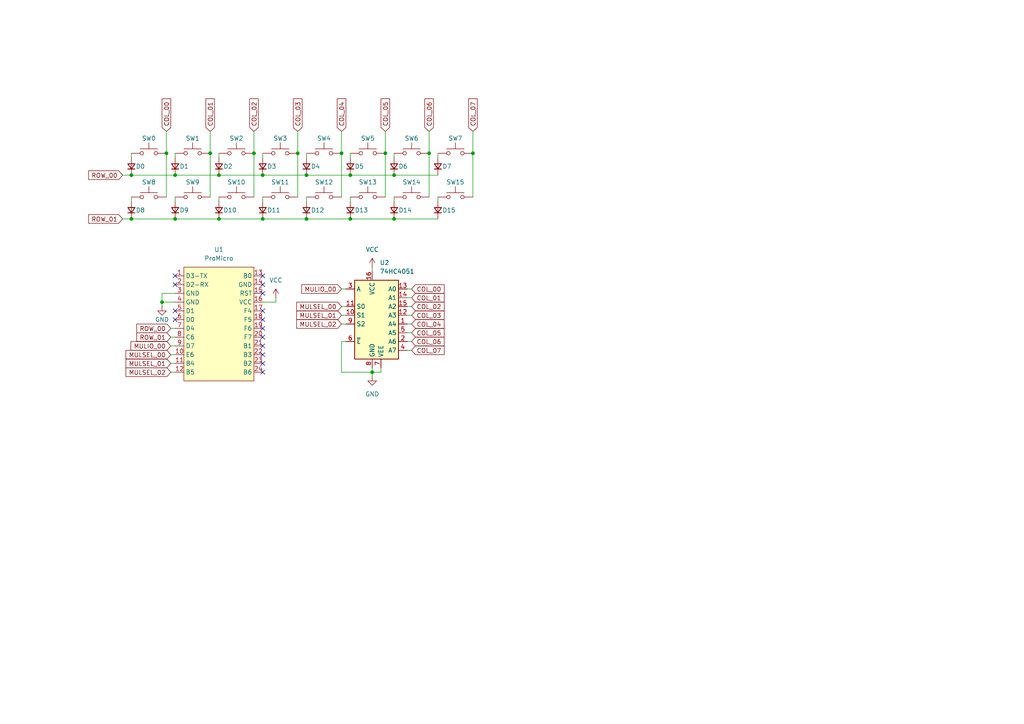
<source format=kicad_sch>
(kicad_sch
	(version 20231120)
	(generator "eeschema")
	(generator_version "8.0")
	(uuid "56716632-13f8-425c-bde8-9040d16f7c6c")
	(paper "A4")
	(lib_symbols
		(symbol "74xx:74HC4051"
			(exclude_from_sim no)
			(in_bom yes)
			(on_board yes)
			(property "Reference" "U"
				(at -5.08 11.43 0)
				(effects
					(font
						(size 1.27 1.27)
					)
				)
			)
			(property "Value" "74HC4051"
				(at -7.62 -13.97 0)
				(effects
					(font
						(size 1.27 1.27)
					)
				)
			)
			(property "Footprint" ""
				(at 0 -10.16 0)
				(effects
					(font
						(size 1.27 1.27)
					)
					(hide yes)
				)
			)
			(property "Datasheet" "http://www.ti.com/lit/ds/symlink/cd74hc4051.pdf"
				(at 0 -10.16 0)
				(effects
					(font
						(size 1.27 1.27)
					)
					(hide yes)
				)
			)
			(property "Description" "8-channel analog multiplexer/demultiplexer, DIP-16/SOIC-16/TSSOP-16"
				(at 0 0 0)
				(effects
					(font
						(size 1.27 1.27)
					)
					(hide yes)
				)
			)
			(property "ki_keywords" "HCMOS Multiplexer Demultiplexer Analog"
				(at 0 0 0)
				(effects
					(font
						(size 1.27 1.27)
					)
					(hide yes)
				)
			)
			(property "ki_fp_filters" "DIP*W7.62mm* SOIC*3.9x9.9mm*P1.27mm* SOIC*5.3x10.2mm*P1.27mm* TSSOP*4.4x5mm*P0.65mm*"
				(at 0 0 0)
				(effects
					(font
						(size 1.27 1.27)
					)
					(hide yes)
				)
			)
			(symbol "74HC4051_0_1"
				(rectangle
					(start -5.08 10.16)
					(end 7.62 -12.7)
					(stroke
						(width 0.254)
						(type default)
					)
					(fill
						(type background)
					)
				)
			)
			(symbol "74HC4051_1_1"
				(pin passive line
					(at 10.16 -2.54 180)
					(length 2.54)
					(name "A4"
						(effects
							(font
								(size 1.27 1.27)
							)
						)
					)
					(number "1"
						(effects
							(font
								(size 1.27 1.27)
							)
						)
					)
				)
				(pin input line
					(at -7.62 0 0)
					(length 2.54)
					(name "S1"
						(effects
							(font
								(size 1.27 1.27)
							)
						)
					)
					(number "10"
						(effects
							(font
								(size 1.27 1.27)
							)
						)
					)
				)
				(pin input line
					(at -7.62 2.54 0)
					(length 2.54)
					(name "S0"
						(effects
							(font
								(size 1.27 1.27)
							)
						)
					)
					(number "11"
						(effects
							(font
								(size 1.27 1.27)
							)
						)
					)
				)
				(pin passive line
					(at 10.16 0 180)
					(length 2.54)
					(name "A3"
						(effects
							(font
								(size 1.27 1.27)
							)
						)
					)
					(number "12"
						(effects
							(font
								(size 1.27 1.27)
							)
						)
					)
				)
				(pin passive line
					(at 10.16 7.62 180)
					(length 2.54)
					(name "A0"
						(effects
							(font
								(size 1.27 1.27)
							)
						)
					)
					(number "13"
						(effects
							(font
								(size 1.27 1.27)
							)
						)
					)
				)
				(pin passive line
					(at 10.16 5.08 180)
					(length 2.54)
					(name "A1"
						(effects
							(font
								(size 1.27 1.27)
							)
						)
					)
					(number "14"
						(effects
							(font
								(size 1.27 1.27)
							)
						)
					)
				)
				(pin passive line
					(at 10.16 2.54 180)
					(length 2.54)
					(name "A2"
						(effects
							(font
								(size 1.27 1.27)
							)
						)
					)
					(number "15"
						(effects
							(font
								(size 1.27 1.27)
							)
						)
					)
				)
				(pin power_in line
					(at 0 12.7 270)
					(length 2.54)
					(name "VCC"
						(effects
							(font
								(size 1.27 1.27)
							)
						)
					)
					(number "16"
						(effects
							(font
								(size 1.27 1.27)
							)
						)
					)
				)
				(pin passive line
					(at 10.16 -7.62 180)
					(length 2.54)
					(name "A6"
						(effects
							(font
								(size 1.27 1.27)
							)
						)
					)
					(number "2"
						(effects
							(font
								(size 1.27 1.27)
							)
						)
					)
				)
				(pin passive line
					(at -7.62 7.62 0)
					(length 2.54)
					(name "A"
						(effects
							(font
								(size 1.27 1.27)
							)
						)
					)
					(number "3"
						(effects
							(font
								(size 1.27 1.27)
							)
						)
					)
				)
				(pin passive line
					(at 10.16 -10.16 180)
					(length 2.54)
					(name "A7"
						(effects
							(font
								(size 1.27 1.27)
							)
						)
					)
					(number "4"
						(effects
							(font
								(size 1.27 1.27)
							)
						)
					)
				)
				(pin passive line
					(at 10.16 -5.08 180)
					(length 2.54)
					(name "A5"
						(effects
							(font
								(size 1.27 1.27)
							)
						)
					)
					(number "5"
						(effects
							(font
								(size 1.27 1.27)
							)
						)
					)
				)
				(pin input line
					(at -7.62 -7.62 0)
					(length 2.54)
					(name "~{E}"
						(effects
							(font
								(size 1.27 1.27)
							)
						)
					)
					(number "6"
						(effects
							(font
								(size 1.27 1.27)
							)
						)
					)
				)
				(pin power_in line
					(at 2.54 -15.24 90)
					(length 2.54)
					(name "VEE"
						(effects
							(font
								(size 1.27 1.27)
							)
						)
					)
					(number "7"
						(effects
							(font
								(size 1.27 1.27)
							)
						)
					)
				)
				(pin power_in line
					(at 0 -15.24 90)
					(length 2.54)
					(name "GND"
						(effects
							(font
								(size 1.27 1.27)
							)
						)
					)
					(number "8"
						(effects
							(font
								(size 1.27 1.27)
							)
						)
					)
				)
				(pin input line
					(at -7.62 -2.54 0)
					(length 2.54)
					(name "S2"
						(effects
							(font
								(size 1.27 1.27)
							)
						)
					)
					(number "9"
						(effects
							(font
								(size 1.27 1.27)
							)
						)
					)
				)
			)
		)
		(symbol "Device:D_Small"
			(pin_numbers hide)
			(pin_names
				(offset 0.254) hide)
			(exclude_from_sim no)
			(in_bom yes)
			(on_board yes)
			(property "Reference" "D"
				(at -1.27 2.032 0)
				(effects
					(font
						(size 1.27 1.27)
					)
					(justify left)
				)
			)
			(property "Value" "D_Small"
				(at -3.81 -2.032 0)
				(effects
					(font
						(size 1.27 1.27)
					)
					(justify left)
				)
			)
			(property "Footprint" ""
				(at 0 0 90)
				(effects
					(font
						(size 1.27 1.27)
					)
					(hide yes)
				)
			)
			(property "Datasheet" "~"
				(at 0 0 90)
				(effects
					(font
						(size 1.27 1.27)
					)
					(hide yes)
				)
			)
			(property "Description" "Diode, small symbol"
				(at 0 0 0)
				(effects
					(font
						(size 1.27 1.27)
					)
					(hide yes)
				)
			)
			(property "Sim.Device" "D"
				(at 0 0 0)
				(effects
					(font
						(size 1.27 1.27)
					)
					(hide yes)
				)
			)
			(property "Sim.Pins" "1=K 2=A"
				(at 0 0 0)
				(effects
					(font
						(size 1.27 1.27)
					)
					(hide yes)
				)
			)
			(property "ki_keywords" "diode"
				(at 0 0 0)
				(effects
					(font
						(size 1.27 1.27)
					)
					(hide yes)
				)
			)
			(property "ki_fp_filters" "TO-???* *_Diode_* *SingleDiode* D_*"
				(at 0 0 0)
				(effects
					(font
						(size 1.27 1.27)
					)
					(hide yes)
				)
			)
			(symbol "D_Small_0_1"
				(polyline
					(pts
						(xy -0.762 -1.016) (xy -0.762 1.016)
					)
					(stroke
						(width 0.254)
						(type default)
					)
					(fill
						(type none)
					)
				)
				(polyline
					(pts
						(xy -0.762 0) (xy 0.762 0)
					)
					(stroke
						(width 0)
						(type default)
					)
					(fill
						(type none)
					)
				)
				(polyline
					(pts
						(xy 0.762 -1.016) (xy -0.762 0) (xy 0.762 1.016) (xy 0.762 -1.016)
					)
					(stroke
						(width 0.254)
						(type default)
					)
					(fill
						(type none)
					)
				)
			)
			(symbol "D_Small_1_1"
				(pin passive line
					(at -2.54 0 0)
					(length 1.778)
					(name "K"
						(effects
							(font
								(size 1.27 1.27)
							)
						)
					)
					(number "1"
						(effects
							(font
								(size 1.27 1.27)
							)
						)
					)
				)
				(pin passive line
					(at 2.54 0 180)
					(length 1.778)
					(name "A"
						(effects
							(font
								(size 1.27 1.27)
							)
						)
					)
					(number "2"
						(effects
							(font
								(size 1.27 1.27)
							)
						)
					)
				)
			)
		)
		(symbol "PCM_marbastlib-promicroish:Arduino_ProMicro"
			(exclude_from_sim no)
			(in_bom no)
			(on_board yes)
			(property "Reference" "U"
				(at 0 20.32 0)
				(effects
					(font
						(size 1.27 1.27)
					)
				)
			)
			(property "Value" "ProMicro"
				(at 0 17.78 0)
				(effects
					(font
						(size 1.27 1.27)
					)
				)
			)
			(property "Footprint" "PCM_marbastlib-xp-promicroish:ProMicro_USBup"
				(at 0 -30.48 0)
				(effects
					(font
						(size 1.27 1.27)
					)
					(hide yes)
				)
			)
			(property "Datasheet" ""
				(at -12.7 13.97 0)
				(effects
					(font
						(size 1.27 1.27)
					)
					(hide yes)
				)
			)
			(property "Description" "Symbol for an Arduino Pro Micro"
				(at 0 0 0)
				(effects
					(font
						(size 1.27 1.27)
					)
					(hide yes)
				)
			)
			(symbol "Arduino_ProMicro_0_0"
				(pin bidirectional line
					(at -12.7 13.97 0)
					(length 2.54)
					(name "D3-TX"
						(effects
							(font
								(size 1.27 1.27)
							)
						)
					)
					(number "1"
						(effects
							(font
								(size 1.27 1.27)
							)
						)
					)
				)
				(pin bidirectional line
					(at -12.7 -8.89 0)
					(length 2.54)
					(name "E6"
						(effects
							(font
								(size 1.27 1.27)
							)
						)
					)
					(number "10"
						(effects
							(font
								(size 1.27 1.27)
							)
						)
					)
				)
				(pin bidirectional line
					(at -12.7 -11.43 0)
					(length 2.54)
					(name "B4"
						(effects
							(font
								(size 1.27 1.27)
							)
						)
					)
					(number "11"
						(effects
							(font
								(size 1.27 1.27)
							)
						)
					)
				)
				(pin bidirectional line
					(at -12.7 -13.97 0)
					(length 2.54)
					(name "B5"
						(effects
							(font
								(size 1.27 1.27)
							)
						)
					)
					(number "12"
						(effects
							(font
								(size 1.27 1.27)
							)
						)
					)
				)
				(pin power_out line
					(at 12.7 11.43 180)
					(length 2.54)
					(name "GND"
						(effects
							(font
								(size 1.27 1.27)
							)
						)
					)
					(number "14"
						(effects
							(font
								(size 1.27 1.27)
							)
						)
					)
				)
				(pin bidirectional line
					(at 12.7 8.89 180)
					(length 2.54)
					(name "RST"
						(effects
							(font
								(size 1.27 1.27)
							)
						)
					)
					(number "15"
						(effects
							(font
								(size 1.27 1.27)
							)
						)
					)
				)
				(pin bidirectional line
					(at 12.7 3.81 180)
					(length 2.54)
					(name "F4"
						(effects
							(font
								(size 1.27 1.27)
							)
						)
					)
					(number "17"
						(effects
							(font
								(size 1.27 1.27)
							)
						)
					)
				)
				(pin bidirectional line
					(at 12.7 1.27 180)
					(length 2.54)
					(name "F5"
						(effects
							(font
								(size 1.27 1.27)
							)
						)
					)
					(number "18"
						(effects
							(font
								(size 1.27 1.27)
							)
						)
					)
				)
				(pin bidirectional line
					(at 12.7 -1.27 180)
					(length 2.54)
					(name "F6"
						(effects
							(font
								(size 1.27 1.27)
							)
						)
					)
					(number "19"
						(effects
							(font
								(size 1.27 1.27)
							)
						)
					)
				)
				(pin bidirectional line
					(at -12.7 11.43 0)
					(length 2.54)
					(name "D2-RX"
						(effects
							(font
								(size 1.27 1.27)
							)
						)
					)
					(number "2"
						(effects
							(font
								(size 1.27 1.27)
							)
						)
					)
				)
				(pin bidirectional line
					(at 12.7 -3.81 180)
					(length 2.54)
					(name "F7"
						(effects
							(font
								(size 1.27 1.27)
							)
						)
					)
					(number "20"
						(effects
							(font
								(size 1.27 1.27)
							)
						)
					)
				)
				(pin bidirectional line
					(at 12.7 -6.35 180)
					(length 2.54)
					(name "B1"
						(effects
							(font
								(size 1.27 1.27)
							)
						)
					)
					(number "21"
						(effects
							(font
								(size 1.27 1.27)
							)
						)
					)
				)
				(pin bidirectional line
					(at 12.7 -8.89 180)
					(length 2.54)
					(name "B3"
						(effects
							(font
								(size 1.27 1.27)
							)
						)
					)
					(number "22"
						(effects
							(font
								(size 1.27 1.27)
							)
						)
					)
				)
				(pin bidirectional line
					(at 12.7 -11.43 180)
					(length 2.54)
					(name "B2"
						(effects
							(font
								(size 1.27 1.27)
							)
						)
					)
					(number "23"
						(effects
							(font
								(size 1.27 1.27)
							)
						)
					)
				)
				(pin bidirectional line
					(at 12.7 -13.97 180)
					(length 2.54)
					(name "B6"
						(effects
							(font
								(size 1.27 1.27)
							)
						)
					)
					(number "24"
						(effects
							(font
								(size 1.27 1.27)
							)
						)
					)
				)
				(pin power_out line
					(at -12.7 8.89 0)
					(length 2.54)
					(name "GND"
						(effects
							(font
								(size 1.27 1.27)
							)
						)
					)
					(number "3"
						(effects
							(font
								(size 1.27 1.27)
							)
						)
					)
				)
				(pin power_out line
					(at -12.7 6.35 0)
					(length 2.54)
					(name "GND"
						(effects
							(font
								(size 1.27 1.27)
							)
						)
					)
					(number "4"
						(effects
							(font
								(size 1.27 1.27)
							)
						)
					)
				)
				(pin bidirectional line
					(at -12.7 3.81 0)
					(length 2.54)
					(name "D1"
						(effects
							(font
								(size 1.27 1.27)
							)
						)
					)
					(number "5"
						(effects
							(font
								(size 1.27 1.27)
							)
						)
					)
				)
				(pin bidirectional line
					(at -12.7 1.27 0)
					(length 2.54)
					(name "D0"
						(effects
							(font
								(size 1.27 1.27)
							)
						)
					)
					(number "6"
						(effects
							(font
								(size 1.27 1.27)
							)
						)
					)
				)
				(pin bidirectional line
					(at -12.7 -1.27 0)
					(length 2.54)
					(name "D4"
						(effects
							(font
								(size 1.27 1.27)
							)
						)
					)
					(number "7"
						(effects
							(font
								(size 1.27 1.27)
							)
						)
					)
				)
				(pin bidirectional line
					(at -12.7 -3.81 0)
					(length 2.54)
					(name "C6"
						(effects
							(font
								(size 1.27 1.27)
							)
						)
					)
					(number "8"
						(effects
							(font
								(size 1.27 1.27)
							)
						)
					)
				)
				(pin bidirectional line
					(at -12.7 -6.35 0)
					(length 2.54)
					(name "D7"
						(effects
							(font
								(size 1.27 1.27)
							)
						)
					)
					(number "9"
						(effects
							(font
								(size 1.27 1.27)
							)
						)
					)
				)
			)
			(symbol "Arduino_ProMicro_1_0"
				(pin bidirectional line
					(at 12.7 13.97 180)
					(length 2.54)
					(name "B0"
						(effects
							(font
								(size 1.27 1.27)
							)
						)
					)
					(number "13"
						(effects
							(font
								(size 1.27 1.27)
							)
						)
					)
				)
				(pin power_out line
					(at 12.7 6.35 180)
					(length 2.54)
					(name "VCC"
						(effects
							(font
								(size 1.27 1.27)
							)
						)
					)
					(number "16"
						(effects
							(font
								(size 1.27 1.27)
							)
						)
					)
				)
			)
			(symbol "Arduino_ProMicro_1_1"
				(rectangle
					(start -10.16 16.51)
					(end 10.16 -16.51)
					(stroke
						(width 0)
						(type default)
					)
					(fill
						(type background)
					)
				)
			)
		)
		(symbol "Switch:SW_Push"
			(pin_numbers hide)
			(pin_names
				(offset 1.016) hide)
			(exclude_from_sim no)
			(in_bom yes)
			(on_board yes)
			(property "Reference" "SW"
				(at 1.27 2.54 0)
				(effects
					(font
						(size 1.27 1.27)
					)
					(justify left)
				)
			)
			(property "Value" "SW_Push"
				(at 0 -1.524 0)
				(effects
					(font
						(size 1.27 1.27)
					)
				)
			)
			(property "Footprint" ""
				(at 0 5.08 0)
				(effects
					(font
						(size 1.27 1.27)
					)
					(hide yes)
				)
			)
			(property "Datasheet" "~"
				(at 0 5.08 0)
				(effects
					(font
						(size 1.27 1.27)
					)
					(hide yes)
				)
			)
			(property "Description" "Push button switch, generic, two pins"
				(at 0 0 0)
				(effects
					(font
						(size 1.27 1.27)
					)
					(hide yes)
				)
			)
			(property "ki_keywords" "switch normally-open pushbutton push-button"
				(at 0 0 0)
				(effects
					(font
						(size 1.27 1.27)
					)
					(hide yes)
				)
			)
			(symbol "SW_Push_0_1"
				(circle
					(center -2.032 0)
					(radius 0.508)
					(stroke
						(width 0)
						(type default)
					)
					(fill
						(type none)
					)
				)
				(polyline
					(pts
						(xy 0 1.27) (xy 0 3.048)
					)
					(stroke
						(width 0)
						(type default)
					)
					(fill
						(type none)
					)
				)
				(polyline
					(pts
						(xy 2.54 1.27) (xy -2.54 1.27)
					)
					(stroke
						(width 0)
						(type default)
					)
					(fill
						(type none)
					)
				)
				(circle
					(center 2.032 0)
					(radius 0.508)
					(stroke
						(width 0)
						(type default)
					)
					(fill
						(type none)
					)
				)
				(pin passive line
					(at -5.08 0 0)
					(length 2.54)
					(name "1"
						(effects
							(font
								(size 1.27 1.27)
							)
						)
					)
					(number "1"
						(effects
							(font
								(size 1.27 1.27)
							)
						)
					)
				)
				(pin passive line
					(at 5.08 0 180)
					(length 2.54)
					(name "2"
						(effects
							(font
								(size 1.27 1.27)
							)
						)
					)
					(number "2"
						(effects
							(font
								(size 1.27 1.27)
							)
						)
					)
				)
			)
		)
		(symbol "power:GND"
			(power)
			(pin_numbers hide)
			(pin_names
				(offset 0) hide)
			(exclude_from_sim no)
			(in_bom yes)
			(on_board yes)
			(property "Reference" "#PWR"
				(at 0 -6.35 0)
				(effects
					(font
						(size 1.27 1.27)
					)
					(hide yes)
				)
			)
			(property "Value" "GND"
				(at 0 -3.81 0)
				(effects
					(font
						(size 1.27 1.27)
					)
				)
			)
			(property "Footprint" ""
				(at 0 0 0)
				(effects
					(font
						(size 1.27 1.27)
					)
					(hide yes)
				)
			)
			(property "Datasheet" ""
				(at 0 0 0)
				(effects
					(font
						(size 1.27 1.27)
					)
					(hide yes)
				)
			)
			(property "Description" "Power symbol creates a global label with name \"GND\" , ground"
				(at 0 0 0)
				(effects
					(font
						(size 1.27 1.27)
					)
					(hide yes)
				)
			)
			(property "ki_keywords" "global power"
				(at 0 0 0)
				(effects
					(font
						(size 1.27 1.27)
					)
					(hide yes)
				)
			)
			(symbol "GND_0_1"
				(polyline
					(pts
						(xy 0 0) (xy 0 -1.27) (xy 1.27 -1.27) (xy 0 -2.54) (xy -1.27 -1.27) (xy 0 -1.27)
					)
					(stroke
						(width 0)
						(type default)
					)
					(fill
						(type none)
					)
				)
			)
			(symbol "GND_1_1"
				(pin power_in line
					(at 0 0 270)
					(length 0)
					(name "~"
						(effects
							(font
								(size 1.27 1.27)
							)
						)
					)
					(number "1"
						(effects
							(font
								(size 1.27 1.27)
							)
						)
					)
				)
			)
		)
		(symbol "power:VCC"
			(power)
			(pin_numbers hide)
			(pin_names
				(offset 0) hide)
			(exclude_from_sim no)
			(in_bom yes)
			(on_board yes)
			(property "Reference" "#PWR"
				(at 0 -3.81 0)
				(effects
					(font
						(size 1.27 1.27)
					)
					(hide yes)
				)
			)
			(property "Value" "VCC"
				(at 0 3.556 0)
				(effects
					(font
						(size 1.27 1.27)
					)
				)
			)
			(property "Footprint" ""
				(at 0 0 0)
				(effects
					(font
						(size 1.27 1.27)
					)
					(hide yes)
				)
			)
			(property "Datasheet" ""
				(at 0 0 0)
				(effects
					(font
						(size 1.27 1.27)
					)
					(hide yes)
				)
			)
			(property "Description" "Power symbol creates a global label with name \"VCC\""
				(at 0 0 0)
				(effects
					(font
						(size 1.27 1.27)
					)
					(hide yes)
				)
			)
			(property "ki_keywords" "global power"
				(at 0 0 0)
				(effects
					(font
						(size 1.27 1.27)
					)
					(hide yes)
				)
			)
			(symbol "VCC_0_1"
				(polyline
					(pts
						(xy -0.762 1.27) (xy 0 2.54)
					)
					(stroke
						(width 0)
						(type default)
					)
					(fill
						(type none)
					)
				)
				(polyline
					(pts
						(xy 0 0) (xy 0 2.54)
					)
					(stroke
						(width 0)
						(type default)
					)
					(fill
						(type none)
					)
				)
				(polyline
					(pts
						(xy 0 2.54) (xy 0.762 1.27)
					)
					(stroke
						(width 0)
						(type default)
					)
					(fill
						(type none)
					)
				)
			)
			(symbol "VCC_1_1"
				(pin power_in line
					(at 0 0 90)
					(length 0)
					(name "~"
						(effects
							(font
								(size 1.27 1.27)
							)
						)
					)
					(number "1"
						(effects
							(font
								(size 1.27 1.27)
							)
						)
					)
				)
			)
		)
	)
	(junction
		(at 63.5 63.5)
		(diameter 0)
		(color 0 0 0 0)
		(uuid "0f28027c-60d8-4486-ae86-2e1f46ff22cc")
	)
	(junction
		(at 114.3 63.5)
		(diameter 0)
		(color 0 0 0 0)
		(uuid "1460fd42-3410-47ef-a62f-9bb74c7d01e6")
	)
	(junction
		(at 50.8 50.8)
		(diameter 0)
		(color 0 0 0 0)
		(uuid "3024d895-829a-4d29-a081-1b4481f880c3")
	)
	(junction
		(at 60.96 44.45)
		(diameter 0)
		(color 0 0 0 0)
		(uuid "3ab8b129-ef9a-4171-91cb-50a430feaf43")
	)
	(junction
		(at 48.26 44.45)
		(diameter 0)
		(color 0 0 0 0)
		(uuid "3e291b69-327d-4320-8d01-5e0304696fc1")
	)
	(junction
		(at 101.6 50.8)
		(diameter 0)
		(color 0 0 0 0)
		(uuid "3ebfa51d-257c-4dd1-bf5f-fbff4e52a439")
	)
	(junction
		(at 76.2 63.5)
		(diameter 0)
		(color 0 0 0 0)
		(uuid "4b9cbaff-967b-429b-b911-19a68a9546bc")
	)
	(junction
		(at 46.99 87.63)
		(diameter 0)
		(color 0 0 0 0)
		(uuid "4dee9452-6292-45ac-ae69-d84fc5d2a8e2")
	)
	(junction
		(at 137.16 44.45)
		(diameter 0)
		(color 0 0 0 0)
		(uuid "592d5f8b-53b0-4df3-9b8f-01dbf852a8d0")
	)
	(junction
		(at 107.95 107.95)
		(diameter 0)
		(color 0 0 0 0)
		(uuid "7434d2d1-f387-4220-8241-2c76d4a77b0c")
	)
	(junction
		(at 50.8 63.5)
		(diameter 0)
		(color 0 0 0 0)
		(uuid "7bef75d4-7ae8-4b53-9271-8982d75e731b")
	)
	(junction
		(at 88.9 50.8)
		(diameter 0)
		(color 0 0 0 0)
		(uuid "7dd4f52d-1de0-4929-a115-f6b1639a3f18")
	)
	(junction
		(at 101.6 63.5)
		(diameter 0)
		(color 0 0 0 0)
		(uuid "89345465-0672-47ff-a1cc-c52f50cd760a")
	)
	(junction
		(at 99.06 44.45)
		(diameter 0)
		(color 0 0 0 0)
		(uuid "9778f7fd-2d9d-4d7c-88d7-988482d15d87")
	)
	(junction
		(at 88.9 63.5)
		(diameter 0)
		(color 0 0 0 0)
		(uuid "97857571-34fb-4f33-9cf3-d9064bd0f6e2")
	)
	(junction
		(at 73.66 44.45)
		(diameter 0)
		(color 0 0 0 0)
		(uuid "a2a13ee2-18b0-4ad2-a46d-c49b970145ee")
	)
	(junction
		(at 76.2 50.8)
		(diameter 0)
		(color 0 0 0 0)
		(uuid "b3e00043-9dae-4d07-88f1-59f148794d2a")
	)
	(junction
		(at 38.1 50.8)
		(diameter 0)
		(color 0 0 0 0)
		(uuid "bb5b1f62-3d75-4aa1-adbe-857e125b440a")
	)
	(junction
		(at 111.76 44.45)
		(diameter 0)
		(color 0 0 0 0)
		(uuid "c214a474-587f-4e3d-84a4-87b9bad6bd7b")
	)
	(junction
		(at 38.1 63.5)
		(diameter 0)
		(color 0 0 0 0)
		(uuid "ca8cdd6a-c0db-417d-9fdf-4e2a472edddd")
	)
	(junction
		(at 63.5 50.8)
		(diameter 0)
		(color 0 0 0 0)
		(uuid "e09ff805-d2b2-4c1d-a01d-366e446435fb")
	)
	(junction
		(at 86.36 44.45)
		(diameter 0)
		(color 0 0 0 0)
		(uuid "e62c2de0-bc59-404a-b56a-8824b1b55843")
	)
	(junction
		(at 124.46 44.45)
		(diameter 0)
		(color 0 0 0 0)
		(uuid "f747b9de-fc06-4ed9-9331-c4b4fbd36d87")
	)
	(junction
		(at 114.3 50.8)
		(diameter 0)
		(color 0 0 0 0)
		(uuid "fa700bf4-5bdf-4ff2-b50f-c499ad60d715")
	)
	(no_connect
		(at 76.2 95.25)
		(uuid "03db2531-d64f-4c66-9681-53c03a63c169")
	)
	(no_connect
		(at 50.8 80.01)
		(uuid "1f5a6fb1-415c-402c-9a2f-df1319f636f6")
	)
	(no_connect
		(at 76.2 97.79)
		(uuid "326e57dd-6c24-47a7-a640-d41f03042564")
	)
	(no_connect
		(at 76.2 92.71)
		(uuid "37e14e42-5858-4f96-8a68-8529aeab76cd")
	)
	(no_connect
		(at 76.2 100.33)
		(uuid "492783bc-1aca-4411-84f0-3bdb2de82797")
	)
	(no_connect
		(at 50.8 92.71)
		(uuid "531eb485-d1fe-4c95-ab20-269e28b81841")
	)
	(no_connect
		(at 76.2 82.55)
		(uuid "5abe84fa-d805-4243-921a-63ec44926531")
	)
	(no_connect
		(at 50.8 82.55)
		(uuid "642cee18-caba-4b7a-9bc3-5bf0a8d4de55")
	)
	(no_connect
		(at 76.2 105.41)
		(uuid "7733aa48-ee6e-45dc-be4e-31cd80278268")
	)
	(no_connect
		(at 50.8 90.17)
		(uuid "8c87e56a-acf5-4634-b6eb-af32215ecb1b")
	)
	(no_connect
		(at 76.2 90.17)
		(uuid "9bd4b3d1-5ad5-4f95-81a7-e8150107eb96")
	)
	(no_connect
		(at 76.2 102.87)
		(uuid "c804db31-32be-43e0-a6ec-389ebb916ba1")
	)
	(no_connect
		(at 76.2 107.95)
		(uuid "c8124b81-3d23-4716-bf55-c5163ee71142")
	)
	(no_connect
		(at 76.2 80.01)
		(uuid "ded3d76f-b7e6-4fbc-afde-cdfcc32f172e")
	)
	(no_connect
		(at 76.2 85.09)
		(uuid "ed89208a-f51c-42ae-a65b-afa68e1fda67")
	)
	(wire
		(pts
			(xy 88.9 44.45) (xy 88.9 45.72)
		)
		(stroke
			(width 0)
			(type default)
		)
		(uuid "00ad3420-eedd-46c5-bfc7-54a0223dd653")
	)
	(wire
		(pts
			(xy 76.2 63.5) (xy 88.9 63.5)
		)
		(stroke
			(width 0)
			(type default)
		)
		(uuid "01c861c2-2454-4e6b-b97d-509a48338a74")
	)
	(wire
		(pts
			(xy 99.06 88.9) (xy 100.33 88.9)
		)
		(stroke
			(width 0)
			(type default)
		)
		(uuid "0444d9eb-5f02-41e2-b3cb-bfe1034cf91c")
	)
	(wire
		(pts
			(xy 118.11 83.82) (xy 119.38 83.82)
		)
		(stroke
			(width 0)
			(type default)
		)
		(uuid "059de1d7-91f0-4d61-b0b2-f7c12292c256")
	)
	(wire
		(pts
			(xy 99.06 44.45) (xy 99.06 57.15)
		)
		(stroke
			(width 0)
			(type default)
		)
		(uuid "0cda9849-15d3-43e5-b9a0-cf1a357b5841")
	)
	(wire
		(pts
			(xy 101.6 63.5) (xy 114.3 63.5)
		)
		(stroke
			(width 0)
			(type default)
		)
		(uuid "0d833b17-8c92-482f-8636-61376822eeef")
	)
	(wire
		(pts
			(xy 118.11 86.36) (xy 119.38 86.36)
		)
		(stroke
			(width 0)
			(type default)
		)
		(uuid "10c5bbe0-c339-4ebb-b020-287a36029290")
	)
	(wire
		(pts
			(xy 48.26 38.1) (xy 48.26 44.45)
		)
		(stroke
			(width 0)
			(type default)
		)
		(uuid "11655753-f031-4776-b0e5-b6d5392e5b15")
	)
	(wire
		(pts
			(xy 114.3 44.45) (xy 114.3 45.72)
		)
		(stroke
			(width 0)
			(type default)
		)
		(uuid "1563837f-118c-41ca-a7ec-22458fd20c43")
	)
	(wire
		(pts
			(xy 73.66 38.1) (xy 73.66 44.45)
		)
		(stroke
			(width 0)
			(type default)
		)
		(uuid "173fbdcc-6c9e-4fda-bd5b-1160d363766b")
	)
	(wire
		(pts
			(xy 137.16 44.45) (xy 137.16 57.15)
		)
		(stroke
			(width 0)
			(type default)
		)
		(uuid "18fb9d53-0b09-46a7-8d4d-3306a7279963")
	)
	(wire
		(pts
			(xy 114.3 57.15) (xy 114.3 58.42)
		)
		(stroke
			(width 0)
			(type default)
		)
		(uuid "1caeef58-8333-4637-81a2-72689db62ef1")
	)
	(wire
		(pts
			(xy 107.95 77.47) (xy 107.95 78.74)
		)
		(stroke
			(width 0)
			(type default)
		)
		(uuid "1d4e0c75-b0b7-4392-8b66-87c44c8e81ce")
	)
	(wire
		(pts
			(xy 49.53 105.41) (xy 50.8 105.41)
		)
		(stroke
			(width 0)
			(type default)
		)
		(uuid "1f2e20b8-307e-4987-8777-fe63b65e6748")
	)
	(wire
		(pts
			(xy 60.96 38.1) (xy 60.96 44.45)
		)
		(stroke
			(width 0)
			(type default)
		)
		(uuid "24eb6e35-383b-44ba-805c-b023e468173a")
	)
	(wire
		(pts
			(xy 50.8 87.63) (xy 46.99 87.63)
		)
		(stroke
			(width 0)
			(type default)
		)
		(uuid "2878161c-b446-4f6a-890b-f94ca9eab90b")
	)
	(wire
		(pts
			(xy 50.8 63.5) (xy 63.5 63.5)
		)
		(stroke
			(width 0)
			(type default)
		)
		(uuid "295befa1-8289-4850-a660-015d99f65f4b")
	)
	(wire
		(pts
			(xy 86.36 38.1) (xy 86.36 44.45)
		)
		(stroke
			(width 0)
			(type default)
		)
		(uuid "2c141602-ff89-47a4-9a53-677e17960dbe")
	)
	(wire
		(pts
			(xy 80.01 87.63) (xy 80.01 86.36)
		)
		(stroke
			(width 0)
			(type default)
		)
		(uuid "31e27433-06f0-44c5-aee9-03af93379b2d")
	)
	(wire
		(pts
			(xy 107.95 107.95) (xy 107.95 109.22)
		)
		(stroke
			(width 0)
			(type default)
		)
		(uuid "33655cf9-f7d2-4a25-9168-22e2c177afef")
	)
	(wire
		(pts
			(xy 127 57.15) (xy 127 58.42)
		)
		(stroke
			(width 0)
			(type default)
		)
		(uuid "3440d98d-7547-4035-b555-e871a080bf42")
	)
	(wire
		(pts
			(xy 111.76 44.45) (xy 111.76 57.15)
		)
		(stroke
			(width 0)
			(type default)
		)
		(uuid "35de1264-4615-4f8e-aa6f-0412b544bfcd")
	)
	(wire
		(pts
			(xy 49.53 97.79) (xy 50.8 97.79)
		)
		(stroke
			(width 0)
			(type default)
		)
		(uuid "3d71721a-4e11-46a7-8210-bc9d1cd5687a")
	)
	(wire
		(pts
			(xy 124.46 38.1) (xy 124.46 44.45)
		)
		(stroke
			(width 0)
			(type default)
		)
		(uuid "3ee75ae4-134e-40e5-83b8-cb71210617b5")
	)
	(wire
		(pts
			(xy 76.2 44.45) (xy 76.2 45.72)
		)
		(stroke
			(width 0)
			(type default)
		)
		(uuid "40b4803b-9eaa-4a42-91ab-b144812bf1f9")
	)
	(wire
		(pts
			(xy 76.2 50.8) (xy 88.9 50.8)
		)
		(stroke
			(width 0)
			(type default)
		)
		(uuid "48bd9e53-7c28-4011-99fe-94cd69352ecb")
	)
	(wire
		(pts
			(xy 50.8 44.45) (xy 50.8 45.72)
		)
		(stroke
			(width 0)
			(type default)
		)
		(uuid "4c54d7bb-70fc-4137-9a47-5045ef6f8326")
	)
	(wire
		(pts
			(xy 63.5 57.15) (xy 63.5 58.42)
		)
		(stroke
			(width 0)
			(type default)
		)
		(uuid "4dee4083-7b4e-43c1-8b69-bdd6ac1ad011")
	)
	(wire
		(pts
			(xy 50.8 57.15) (xy 50.8 58.42)
		)
		(stroke
			(width 0)
			(type default)
		)
		(uuid "523250d2-5729-48e4-90ee-2d99b60ef931")
	)
	(wire
		(pts
			(xy 48.26 44.45) (xy 48.26 57.15)
		)
		(stroke
			(width 0)
			(type default)
		)
		(uuid "53b2d45a-4fed-4cef-a411-b62ccffc0a08")
	)
	(wire
		(pts
			(xy 88.9 50.8) (xy 101.6 50.8)
		)
		(stroke
			(width 0)
			(type default)
		)
		(uuid "5597bd0d-c1f6-45ef-93ef-884cf8cf1ef5")
	)
	(wire
		(pts
			(xy 111.76 38.1) (xy 111.76 44.45)
		)
		(stroke
			(width 0)
			(type default)
		)
		(uuid "62ad6320-965c-4ae1-97a1-6e6a0c7ebfa7")
	)
	(wire
		(pts
			(xy 118.11 96.52) (xy 119.38 96.52)
		)
		(stroke
			(width 0)
			(type default)
		)
		(uuid "644cd7ec-5e76-4665-862e-fc5ee05ccd65")
	)
	(wire
		(pts
			(xy 101.6 50.8) (xy 114.3 50.8)
		)
		(stroke
			(width 0)
			(type default)
		)
		(uuid "64bf0f50-901a-4e5d-9e4b-5872de360012")
	)
	(wire
		(pts
			(xy 99.06 99.06) (xy 99.06 107.95)
		)
		(stroke
			(width 0)
			(type default)
		)
		(uuid "67333da5-be03-4ba1-b32c-3ab478c2d120")
	)
	(wire
		(pts
			(xy 63.5 44.45) (xy 63.5 45.72)
		)
		(stroke
			(width 0)
			(type default)
		)
		(uuid "693837f2-a233-4711-9c5b-d0191b2cf2a8")
	)
	(wire
		(pts
			(xy 99.06 38.1) (xy 99.06 44.45)
		)
		(stroke
			(width 0)
			(type default)
		)
		(uuid "6fb80435-578d-40e6-acc9-2e253ec6722d")
	)
	(wire
		(pts
			(xy 38.1 63.5) (xy 50.8 63.5)
		)
		(stroke
			(width 0)
			(type default)
		)
		(uuid "71c78db9-42e3-4b19-b44b-bdfae5b38f90")
	)
	(wire
		(pts
			(xy 49.53 107.95) (xy 50.8 107.95)
		)
		(stroke
			(width 0)
			(type default)
		)
		(uuid "73cd3e32-2e64-4d5c-b788-c0cfa3e88add")
	)
	(wire
		(pts
			(xy 124.46 44.45) (xy 124.46 57.15)
		)
		(stroke
			(width 0)
			(type default)
		)
		(uuid "79b3b5f7-f987-4c08-a41c-40adc9495634")
	)
	(wire
		(pts
			(xy 99.06 83.82) (xy 100.33 83.82)
		)
		(stroke
			(width 0)
			(type default)
		)
		(uuid "84959750-7e71-4644-af53-56dd66b6647f")
	)
	(wire
		(pts
			(xy 110.49 106.68) (xy 110.49 107.95)
		)
		(stroke
			(width 0)
			(type default)
		)
		(uuid "856224a4-eca3-4b10-9520-3559a10981d3")
	)
	(wire
		(pts
			(xy 110.49 107.95) (xy 107.95 107.95)
		)
		(stroke
			(width 0)
			(type default)
		)
		(uuid "877f773a-189c-49a8-8e91-122dd1fe9d13")
	)
	(wire
		(pts
			(xy 49.53 102.87) (xy 50.8 102.87)
		)
		(stroke
			(width 0)
			(type default)
		)
		(uuid "8bb97e15-0acc-45cb-a574-36121ca81771")
	)
	(wire
		(pts
			(xy 114.3 50.8) (xy 127 50.8)
		)
		(stroke
			(width 0)
			(type default)
		)
		(uuid "92390454-19ea-4b3f-a374-fa848950242b")
	)
	(wire
		(pts
			(xy 63.5 50.8) (xy 76.2 50.8)
		)
		(stroke
			(width 0)
			(type default)
		)
		(uuid "a6825c00-8f2d-4966-8fd8-ee25ac3c2534")
	)
	(wire
		(pts
			(xy 118.11 101.6) (xy 119.38 101.6)
		)
		(stroke
			(width 0)
			(type default)
		)
		(uuid "a713599c-c48e-4fd4-bd20-76aa4722a393")
	)
	(wire
		(pts
			(xy 107.95 106.68) (xy 107.95 107.95)
		)
		(stroke
			(width 0)
			(type default)
		)
		(uuid "a72fa013-52f8-40b7-b851-128fab32655d")
	)
	(wire
		(pts
			(xy 76.2 57.15) (xy 76.2 58.42)
		)
		(stroke
			(width 0)
			(type default)
		)
		(uuid "a7c8aee9-80db-488e-9f6a-02d1091083e2")
	)
	(wire
		(pts
			(xy 46.99 88.9) (xy 46.99 87.63)
		)
		(stroke
			(width 0)
			(type default)
		)
		(uuid "aa469c27-8e5c-4cb9-9ee8-06ee9100651f")
	)
	(wire
		(pts
			(xy 101.6 57.15) (xy 101.6 58.42)
		)
		(stroke
			(width 0)
			(type default)
		)
		(uuid "b2852a4a-110e-44ff-9efb-fddf47e3c1df")
	)
	(wire
		(pts
			(xy 38.1 57.15) (xy 38.1 58.42)
		)
		(stroke
			(width 0)
			(type default)
		)
		(uuid "b3c3e2a0-b43c-4b69-827f-97745dcc17e6")
	)
	(wire
		(pts
			(xy 76.2 87.63) (xy 80.01 87.63)
		)
		(stroke
			(width 0)
			(type default)
		)
		(uuid "b50f6256-ef11-4ff9-890f-4a0f375f5e04")
	)
	(wire
		(pts
			(xy 114.3 63.5) (xy 127 63.5)
		)
		(stroke
			(width 0)
			(type default)
		)
		(uuid "b62953d7-df80-4dde-879a-4871460b5dea")
	)
	(wire
		(pts
			(xy 88.9 63.5) (xy 101.6 63.5)
		)
		(stroke
			(width 0)
			(type default)
		)
		(uuid "b72aa092-bad1-4db2-bef3-938b38c41e0e")
	)
	(wire
		(pts
			(xy 118.11 99.06) (xy 119.38 99.06)
		)
		(stroke
			(width 0)
			(type default)
		)
		(uuid "ba02e34e-56d2-474e-bd68-67656ba7527c")
	)
	(wire
		(pts
			(xy 127 44.45) (xy 127 45.72)
		)
		(stroke
			(width 0)
			(type default)
		)
		(uuid "c197f8eb-f62a-45d4-9656-6053bb6ebaf1")
	)
	(wire
		(pts
			(xy 101.6 44.45) (xy 101.6 45.72)
		)
		(stroke
			(width 0)
			(type default)
		)
		(uuid "c8b3bd6a-e520-49d3-9860-25a3def4c1d7")
	)
	(wire
		(pts
			(xy 35.56 63.5) (xy 38.1 63.5)
		)
		(stroke
			(width 0)
			(type default)
		)
		(uuid "c9c9b8bf-f1bc-4686-9b2f-789ed51a200a")
	)
	(wire
		(pts
			(xy 137.16 38.1) (xy 137.16 44.45)
		)
		(stroke
			(width 0)
			(type default)
		)
		(uuid "cd03e63e-03d6-4034-a0c3-15f1020f78d4")
	)
	(wire
		(pts
			(xy 35.56 50.8) (xy 38.1 50.8)
		)
		(stroke
			(width 0)
			(type default)
		)
		(uuid "ce2574ae-1e37-42d5-915a-7f705aa46bef")
	)
	(wire
		(pts
			(xy 86.36 44.45) (xy 86.36 57.15)
		)
		(stroke
			(width 0)
			(type default)
		)
		(uuid "cf89662b-5ae3-41e9-946d-876efcaf64f7")
	)
	(wire
		(pts
			(xy 49.53 95.25) (xy 50.8 95.25)
		)
		(stroke
			(width 0)
			(type default)
		)
		(uuid "d32017b1-9761-4852-9e50-b526558b859e")
	)
	(wire
		(pts
			(xy 99.06 107.95) (xy 107.95 107.95)
		)
		(stroke
			(width 0)
			(type default)
		)
		(uuid "d6ad0ae1-4f1b-4ef8-be85-78d0d1bb5c4b")
	)
	(wire
		(pts
			(xy 118.11 93.98) (xy 119.38 93.98)
		)
		(stroke
			(width 0)
			(type default)
		)
		(uuid "d782e0aa-4a6f-4618-9cd8-2feee1dc7323")
	)
	(wire
		(pts
			(xy 118.11 88.9) (xy 119.38 88.9)
		)
		(stroke
			(width 0)
			(type default)
		)
		(uuid "d8278a07-5510-497b-baff-7f58f65502e7")
	)
	(wire
		(pts
			(xy 99.06 91.44) (xy 100.33 91.44)
		)
		(stroke
			(width 0)
			(type default)
		)
		(uuid "d891dd63-7c51-4472-a108-d60c0a688805")
	)
	(wire
		(pts
			(xy 63.5 63.5) (xy 76.2 63.5)
		)
		(stroke
			(width 0)
			(type default)
		)
		(uuid "dcce95ed-50df-4ad7-8f81-674b243748fe")
	)
	(wire
		(pts
			(xy 38.1 44.45) (xy 38.1 45.72)
		)
		(stroke
			(width 0)
			(type default)
		)
		(uuid "de9d61c7-99de-4a35-a7a5-33f9cbc26116")
	)
	(wire
		(pts
			(xy 46.99 85.09) (xy 46.99 87.63)
		)
		(stroke
			(width 0)
			(type default)
		)
		(uuid "ded15e68-bcdb-472c-9feb-4d49416655df")
	)
	(wire
		(pts
			(xy 88.9 57.15) (xy 88.9 58.42)
		)
		(stroke
			(width 0)
			(type default)
		)
		(uuid "e18f1239-0ecd-4198-bbe9-b43e747c0f17")
	)
	(wire
		(pts
			(xy 73.66 44.45) (xy 73.66 57.15)
		)
		(stroke
			(width 0)
			(type default)
		)
		(uuid "e4e53b53-98b6-4b3f-8cd5-6698eb2aa94b")
	)
	(wire
		(pts
			(xy 49.53 100.33) (xy 50.8 100.33)
		)
		(stroke
			(width 0)
			(type default)
		)
		(uuid "e7dee6f1-4ab0-4cac-bfed-ba0fe15731cd")
	)
	(wire
		(pts
			(xy 60.96 44.45) (xy 60.96 57.15)
		)
		(stroke
			(width 0)
			(type default)
		)
		(uuid "e857a357-737f-4984-86ff-bb36af45f1d1")
	)
	(wire
		(pts
			(xy 50.8 85.09) (xy 46.99 85.09)
		)
		(stroke
			(width 0)
			(type default)
		)
		(uuid "ef0b7cc9-3323-4f12-8917-0269cdb8ec38")
	)
	(wire
		(pts
			(xy 38.1 50.8) (xy 50.8 50.8)
		)
		(stroke
			(width 0)
			(type default)
		)
		(uuid "ef4b387b-751a-4212-b788-3905dc6b79c3")
	)
	(wire
		(pts
			(xy 50.8 50.8) (xy 63.5 50.8)
		)
		(stroke
			(width 0)
			(type default)
		)
		(uuid "f0849b2b-ec27-4ca4-89a9-1fe9a935ba36")
	)
	(wire
		(pts
			(xy 99.06 93.98) (xy 100.33 93.98)
		)
		(stroke
			(width 0)
			(type default)
		)
		(uuid "f41596ba-200b-4cfc-ab3f-910813bfb560")
	)
	(wire
		(pts
			(xy 100.33 99.06) (xy 99.06 99.06)
		)
		(stroke
			(width 0)
			(type default)
		)
		(uuid "fb76ef2a-080f-45a1-bf32-361d817498d7")
	)
	(wire
		(pts
			(xy 118.11 91.44) (xy 119.38 91.44)
		)
		(stroke
			(width 0)
			(type default)
		)
		(uuid "fd2d1369-26a9-4de9-8839-091062bb1f6d")
	)
	(global_label "ROW_01"
		(shape input)
		(at 35.56 63.5 180)
		(fields_autoplaced yes)
		(effects
			(font
				(size 1.27 1.27)
			)
			(justify right)
		)
		(uuid "0486ffc9-2093-49cf-831f-4bbcabd6b801")
		(property "Intersheetrefs" "${INTERSHEET_REFS}"
			(at 25.1363 63.5 0)
			(effects
				(font
					(size 1.27 1.27)
				)
				(justify right)
				(hide yes)
			)
		)
	)
	(global_label "COL_02"
		(shape input)
		(at 73.66 38.1 90)
		(fields_autoplaced yes)
		(effects
			(font
				(size 1.27 1.27)
			)
			(justify left)
		)
		(uuid "074355f4-bf4e-4924-a23f-a5db9df3fdd1")
		(property "Intersheetrefs" "${INTERSHEET_REFS}"
			(at 73.66 28.0996 90)
			(effects
				(font
					(size 1.27 1.27)
				)
				(justify left)
				(hide yes)
			)
		)
	)
	(global_label "COL_05"
		(shape input)
		(at 119.38 96.52 0)
		(fields_autoplaced yes)
		(effects
			(font
				(size 1.27 1.27)
			)
			(justify left)
		)
		(uuid "07b01c9a-9f98-4793-a759-4119697324f7")
		(property "Intersheetrefs" "${INTERSHEET_REFS}"
			(at 129.3804 96.52 0)
			(effects
				(font
					(size 1.27 1.27)
				)
				(justify left)
				(hide yes)
			)
		)
	)
	(global_label "COL_06"
		(shape input)
		(at 119.38 99.06 0)
		(fields_autoplaced yes)
		(effects
			(font
				(size 1.27 1.27)
			)
			(justify left)
		)
		(uuid "182c2299-24b0-4c91-9071-eeca0cd6f7c9")
		(property "Intersheetrefs" "${INTERSHEET_REFS}"
			(at 129.3804 99.06 0)
			(effects
				(font
					(size 1.27 1.27)
				)
				(justify left)
				(hide yes)
			)
		)
	)
	(global_label "MULIO_00"
		(shape input)
		(at 49.53 100.33 180)
		(fields_autoplaced yes)
		(effects
			(font
				(size 1.27 1.27)
			)
			(justify right)
		)
		(uuid "2de2dc44-5d41-427d-a712-32e140e32e23")
		(property "Intersheetrefs" "${INTERSHEET_REFS}"
			(at 37.4129 100.33 0)
			(effects
				(font
					(size 1.27 1.27)
				)
				(justify right)
				(hide yes)
			)
		)
	)
	(global_label "MULSEL_02"
		(shape input)
		(at 99.06 93.98 180)
		(fields_autoplaced yes)
		(effects
			(font
				(size 1.27 1.27)
			)
			(justify right)
		)
		(uuid "3053c707-7157-4c80-ab7f-562c53902985")
		(property "Intersheetrefs" "${INTERSHEET_REFS}"
			(at 85.4916 93.98 0)
			(effects
				(font
					(size 1.27 1.27)
				)
				(justify right)
				(hide yes)
			)
		)
	)
	(global_label "COL_06"
		(shape input)
		(at 124.46 38.1 90)
		(fields_autoplaced yes)
		(effects
			(font
				(size 1.27 1.27)
			)
			(justify left)
		)
		(uuid "3721f411-4436-406e-99e4-11d39bbfbc11")
		(property "Intersheetrefs" "${INTERSHEET_REFS}"
			(at 124.46 28.0996 90)
			(effects
				(font
					(size 1.27 1.27)
				)
				(justify left)
				(hide yes)
			)
		)
	)
	(global_label "MULSEL_00"
		(shape input)
		(at 49.53 102.87 180)
		(fields_autoplaced yes)
		(effects
			(font
				(size 1.27 1.27)
			)
			(justify right)
		)
		(uuid "447b8621-4b05-42b4-b2e1-8248b371278c")
		(property "Intersheetrefs" "${INTERSHEET_REFS}"
			(at 35.9616 102.87 0)
			(effects
				(font
					(size 1.27 1.27)
				)
				(justify right)
				(hide yes)
			)
		)
	)
	(global_label "MULIO_00"
		(shape input)
		(at 99.06 83.82 180)
		(fields_autoplaced yes)
		(effects
			(font
				(size 1.27 1.27)
			)
			(justify right)
		)
		(uuid "548d604d-3c0b-450f-9479-2b4b00629af2")
		(property "Intersheetrefs" "${INTERSHEET_REFS}"
			(at 86.9429 83.82 0)
			(effects
				(font
					(size 1.27 1.27)
				)
				(justify right)
				(hide yes)
			)
		)
	)
	(global_label "COL_00"
		(shape input)
		(at 119.38 83.82 0)
		(fields_autoplaced yes)
		(effects
			(font
				(size 1.27 1.27)
			)
			(justify left)
		)
		(uuid "67a0e461-9dfb-4921-8d33-6ee74d35cec1")
		(property "Intersheetrefs" "${INTERSHEET_REFS}"
			(at 129.3804 83.82 0)
			(effects
				(font
					(size 1.27 1.27)
				)
				(justify left)
				(hide yes)
			)
		)
	)
	(global_label "COL_04"
		(shape input)
		(at 119.38 93.98 0)
		(fields_autoplaced yes)
		(effects
			(font
				(size 1.27 1.27)
			)
			(justify left)
		)
		(uuid "6bac8464-6471-4c94-898d-ee7708e24464")
		(property "Intersheetrefs" "${INTERSHEET_REFS}"
			(at 129.3804 93.98 0)
			(effects
				(font
					(size 1.27 1.27)
				)
				(justify left)
				(hide yes)
			)
		)
	)
	(global_label "COL_05"
		(shape input)
		(at 111.76 38.1 90)
		(fields_autoplaced yes)
		(effects
			(font
				(size 1.27 1.27)
			)
			(justify left)
		)
		(uuid "6e7633a6-5143-4f79-8d6d-2f256cb646ec")
		(property "Intersheetrefs" "${INTERSHEET_REFS}"
			(at 111.76 28.0996 90)
			(effects
				(font
					(size 1.27 1.27)
				)
				(justify left)
				(hide yes)
			)
		)
	)
	(global_label "COL_00"
		(shape input)
		(at 48.26 38.1 90)
		(fields_autoplaced yes)
		(effects
			(font
				(size 1.27 1.27)
			)
			(justify left)
		)
		(uuid "72e95368-8a4f-4feb-bd2a-6d7a743173c6")
		(property "Intersheetrefs" "${INTERSHEET_REFS}"
			(at 48.26 28.0996 90)
			(effects
				(font
					(size 1.27 1.27)
				)
				(justify left)
				(hide yes)
			)
		)
	)
	(global_label "COL_07"
		(shape input)
		(at 119.38 101.6 0)
		(fields_autoplaced yes)
		(effects
			(font
				(size 1.27 1.27)
			)
			(justify left)
		)
		(uuid "765dc5b6-fb6a-46f6-b846-13e13bd0a672")
		(property "Intersheetrefs" "${INTERSHEET_REFS}"
			(at 129.3804 101.6 0)
			(effects
				(font
					(size 1.27 1.27)
				)
				(justify left)
				(hide yes)
			)
		)
	)
	(global_label "MULSEL_01"
		(shape input)
		(at 99.06 91.44 180)
		(fields_autoplaced yes)
		(effects
			(font
				(size 1.27 1.27)
			)
			(justify right)
		)
		(uuid "7a13f23f-1411-459e-9e2c-74a0ff7e159f")
		(property "Intersheetrefs" "${INTERSHEET_REFS}"
			(at 85.4916 91.44 0)
			(effects
				(font
					(size 1.27 1.27)
				)
				(justify right)
				(hide yes)
			)
		)
	)
	(global_label "COL_03"
		(shape input)
		(at 119.38 91.44 0)
		(fields_autoplaced yes)
		(effects
			(font
				(size 1.27 1.27)
			)
			(justify left)
		)
		(uuid "7d3baff2-c2b9-44da-ac4c-097864a9d05f")
		(property "Intersheetrefs" "${INTERSHEET_REFS}"
			(at 129.3804 91.44 0)
			(effects
				(font
					(size 1.27 1.27)
				)
				(justify left)
				(hide yes)
			)
		)
	)
	(global_label "COL_02"
		(shape input)
		(at 119.38 88.9 0)
		(fields_autoplaced yes)
		(effects
			(font
				(size 1.27 1.27)
			)
			(justify left)
		)
		(uuid "7ed33e4f-d0d7-471f-a73b-424cf447e196")
		(property "Intersheetrefs" "${INTERSHEET_REFS}"
			(at 129.3804 88.9 0)
			(effects
				(font
					(size 1.27 1.27)
				)
				(justify left)
				(hide yes)
			)
		)
	)
	(global_label "MULSEL_02"
		(shape input)
		(at 49.53 107.95 180)
		(fields_autoplaced yes)
		(effects
			(font
				(size 1.27 1.27)
			)
			(justify right)
		)
		(uuid "83188adf-ca6f-444f-b28c-5f9f9daee487")
		(property "Intersheetrefs" "${INTERSHEET_REFS}"
			(at 35.9616 107.95 0)
			(effects
				(font
					(size 1.27 1.27)
				)
				(justify right)
				(hide yes)
			)
		)
	)
	(global_label "COL_07"
		(shape input)
		(at 137.16 38.1 90)
		(fields_autoplaced yes)
		(effects
			(font
				(size 1.27 1.27)
			)
			(justify left)
		)
		(uuid "90e80f8a-84b9-4dfb-bd35-c9d5bf8fb912")
		(property "Intersheetrefs" "${INTERSHEET_REFS}"
			(at 137.16 28.0996 90)
			(effects
				(font
					(size 1.27 1.27)
				)
				(justify left)
				(hide yes)
			)
		)
	)
	(global_label "COL_03"
		(shape input)
		(at 86.36 38.1 90)
		(fields_autoplaced yes)
		(effects
			(font
				(size 1.27 1.27)
			)
			(justify left)
		)
		(uuid "91c0486c-88ce-4f6d-ae54-48514cec786d")
		(property "Intersheetrefs" "${INTERSHEET_REFS}"
			(at 86.36 28.0996 90)
			(effects
				(font
					(size 1.27 1.27)
				)
				(justify left)
				(hide yes)
			)
		)
	)
	(global_label "COL_01"
		(shape input)
		(at 60.96 38.1 90)
		(fields_autoplaced yes)
		(effects
			(font
				(size 1.27 1.27)
			)
			(justify left)
		)
		(uuid "9b79ea1f-83e9-45cc-96b1-91cfd9b31f5d")
		(property "Intersheetrefs" "${INTERSHEET_REFS}"
			(at 60.96 28.0996 90)
			(effects
				(font
					(size 1.27 1.27)
				)
				(justify left)
				(hide yes)
			)
		)
	)
	(global_label "MULSEL_01"
		(shape input)
		(at 49.53 105.41 180)
		(fields_autoplaced yes)
		(effects
			(font
				(size 1.27 1.27)
			)
			(justify right)
		)
		(uuid "b38ac013-133a-451d-95ce-5cc05ecf8221")
		(property "Intersheetrefs" "${INTERSHEET_REFS}"
			(at 35.9616 105.41 0)
			(effects
				(font
					(size 1.27 1.27)
				)
				(justify right)
				(hide yes)
			)
		)
	)
	(global_label "COL_04"
		(shape input)
		(at 99.06 38.1 90)
		(fields_autoplaced yes)
		(effects
			(font
				(size 1.27 1.27)
			)
			(justify left)
		)
		(uuid "b593b5c1-5b8a-4634-95ae-1deb3fb0d5be")
		(property "Intersheetrefs" "${INTERSHEET_REFS}"
			(at 99.06 28.0996 90)
			(effects
				(font
					(size 1.27 1.27)
				)
				(justify left)
				(hide yes)
			)
		)
	)
	(global_label "ROW_00"
		(shape input)
		(at 35.56 50.8 180)
		(fields_autoplaced yes)
		(effects
			(font
				(size 1.27 1.27)
			)
			(justify right)
		)
		(uuid "cecb17ce-fdc5-4dc8-9be8-733fed6e7456")
		(property "Intersheetrefs" "${INTERSHEET_REFS}"
			(at 25.1363 50.8 0)
			(effects
				(font
					(size 1.27 1.27)
				)
				(justify right)
				(hide yes)
			)
		)
	)
	(global_label "ROW_01"
		(shape input)
		(at 49.53 97.79 180)
		(fields_autoplaced yes)
		(effects
			(font
				(size 1.27 1.27)
			)
			(justify right)
		)
		(uuid "e154d49b-46bb-4f4a-b60a-9d6d0cfa99c1")
		(property "Intersheetrefs" "${INTERSHEET_REFS}"
			(at 39.1063 97.79 0)
			(effects
				(font
					(size 1.27 1.27)
				)
				(justify right)
				(hide yes)
			)
		)
	)
	(global_label "MULSEL_00"
		(shape input)
		(at 99.06 88.9 180)
		(fields_autoplaced yes)
		(effects
			(font
				(size 1.27 1.27)
			)
			(justify right)
		)
		(uuid "e4b4e05f-ad24-472c-82cf-d9968dd7fb09")
		(property "Intersheetrefs" "${INTERSHEET_REFS}"
			(at 85.4916 88.9 0)
			(effects
				(font
					(size 1.27 1.27)
				)
				(justify right)
				(hide yes)
			)
		)
	)
	(global_label "COL_01"
		(shape input)
		(at 119.38 86.36 0)
		(fields_autoplaced yes)
		(effects
			(font
				(size 1.27 1.27)
			)
			(justify left)
		)
		(uuid "e679a0fc-5363-4088-9ba6-ccf1d9615a49")
		(property "Intersheetrefs" "${INTERSHEET_REFS}"
			(at 129.3804 86.36 0)
			(effects
				(font
					(size 1.27 1.27)
				)
				(justify left)
				(hide yes)
			)
		)
	)
	(global_label "ROW_00"
		(shape input)
		(at 49.53 95.25 180)
		(fields_autoplaced yes)
		(effects
			(font
				(size 1.27 1.27)
			)
			(justify right)
		)
		(uuid "e707ba6a-5423-4dda-95ab-cbc196520582")
		(property "Intersheetrefs" "${INTERSHEET_REFS}"
			(at 39.1063 95.25 0)
			(effects
				(font
					(size 1.27 1.27)
				)
				(justify right)
				(hide yes)
			)
		)
	)
	(symbol
		(lib_id "Switch:SW_Push")
		(at 55.88 44.45 0)
		(unit 1)
		(exclude_from_sim no)
		(in_bom yes)
		(on_board yes)
		(dnp no)
		(uuid "096452bd-38a0-41e5-bcfc-8d8eb2dfa3d6")
		(property "Reference" "SW1"
			(at 55.88 40.132 0)
			(effects
				(font
					(size 1.27 1.27)
				)
			)
		)
		(property "Value" "SW_Push"
			(at 55.88 39.37 0)
			(effects
				(font
					(size 1.27 1.27)
				)
				(hide yes)
			)
		)
		(property "Footprint" "PCM_marbastlib-mx:SW_MX_HS_CPG151101S11_1u"
			(at 55.88 39.37 0)
			(effects
				(font
					(size 1.27 1.27)
				)
				(hide yes)
			)
		)
		(property "Datasheet" "~"
			(at 55.88 39.37 0)
			(effects
				(font
					(size 1.27 1.27)
				)
				(hide yes)
			)
		)
		(property "Description" "Push button switch, generic, two pins"
			(at 55.88 44.45 0)
			(effects
				(font
					(size 1.27 1.27)
				)
				(hide yes)
			)
		)
		(pin "1"
			(uuid "ecc887ba-648a-4b77-aaa4-18cb9a02827d")
		)
		(pin "2"
			(uuid "fd0f6ed0-b427-4797-94c5-3d4d4b2b0508")
		)
		(instances
			(project "xfunctions"
				(path "/56716632-13f8-425c-bde8-9040d16f7c6c"
					(reference "SW1")
					(unit 1)
				)
			)
		)
	)
	(symbol
		(lib_id "Switch:SW_Push")
		(at 106.68 44.45 0)
		(unit 1)
		(exclude_from_sim no)
		(in_bom yes)
		(on_board yes)
		(dnp no)
		(uuid "09ee2c96-8645-426c-8f19-5e23a2b3c0fd")
		(property "Reference" "SW5"
			(at 106.68 40.132 0)
			(effects
				(font
					(size 1.27 1.27)
				)
			)
		)
		(property "Value" "SW_Push"
			(at 106.68 39.37 0)
			(effects
				(font
					(size 1.27 1.27)
				)
				(hide yes)
			)
		)
		(property "Footprint" "PCM_marbastlib-mx:SW_MX_HS_CPG151101S11_1u"
			(at 106.68 39.37 0)
			(effects
				(font
					(size 1.27 1.27)
				)
				(hide yes)
			)
		)
		(property "Datasheet" "~"
			(at 106.68 39.37 0)
			(effects
				(font
					(size 1.27 1.27)
				)
				(hide yes)
			)
		)
		(property "Description" "Push button switch, generic, two pins"
			(at 106.68 44.45 0)
			(effects
				(font
					(size 1.27 1.27)
				)
				(hide yes)
			)
		)
		(pin "1"
			(uuid "27b29bfe-091a-4daa-8764-e80a7cb1d331")
		)
		(pin "2"
			(uuid "6eed341a-d808-43da-8624-2c414a71dd75")
		)
		(instances
			(project "xfunctions"
				(path "/56716632-13f8-425c-bde8-9040d16f7c6c"
					(reference "SW5")
					(unit 1)
				)
			)
		)
	)
	(symbol
		(lib_id "Device:D_Small")
		(at 76.2 48.26 90)
		(unit 1)
		(exclude_from_sim no)
		(in_bom yes)
		(on_board yes)
		(dnp no)
		(uuid "0c2a47c1-a331-4fdc-bfd8-ad84cd056556")
		(property "Reference" "D3"
			(at 77.47 48.26 90)
			(effects
				(font
					(size 1.27 1.27)
				)
				(justify right)
			)
		)
		(property "Value" "D_Small"
			(at 78.74 49.5299 90)
			(effects
				(font
					(size 1.27 1.27)
				)
				(justify right)
				(hide yes)
			)
		)
		(property "Footprint" "Diode_SMD:D_SOD-323"
			(at 76.2 48.26 90)
			(effects
				(font
					(size 1.27 1.27)
				)
				(hide yes)
			)
		)
		(property "Datasheet" "~"
			(at 76.2 48.26 90)
			(effects
				(font
					(size 1.27 1.27)
				)
				(hide yes)
			)
		)
		(property "Description" "Diode, small symbol"
			(at 76.2 48.26 0)
			(effects
				(font
					(size 1.27 1.27)
				)
				(hide yes)
			)
		)
		(property "Sim.Device" "D"
			(at 76.2 48.26 0)
			(effects
				(font
					(size 1.27 1.27)
				)
				(hide yes)
			)
		)
		(property "Sim.Pins" "1=K 2=A"
			(at 76.2 48.26 0)
			(effects
				(font
					(size 1.27 1.27)
				)
				(hide yes)
			)
		)
		(property "LCSC" "C6423741"
			(at 76.2 48.26 90)
			(effects
				(font
					(size 1.27 1.27)
				)
				(hide yes)
			)
		)
		(pin "1"
			(uuid "244df75e-1da6-4340-b2fc-abe7ae62c888")
		)
		(pin "2"
			(uuid "79e35884-7730-4a98-8697-80d9658573e6")
		)
		(instances
			(project "xfunctions"
				(path "/56716632-13f8-425c-bde8-9040d16f7c6c"
					(reference "D3")
					(unit 1)
				)
			)
		)
	)
	(symbol
		(lib_id "power:GND")
		(at 107.95 109.22 0)
		(unit 1)
		(exclude_from_sim no)
		(in_bom yes)
		(on_board yes)
		(dnp no)
		(fields_autoplaced yes)
		(uuid "1a642a31-3124-428d-875c-fefbdd0ed643")
		(property "Reference" "#PWR01"
			(at 107.95 115.57 0)
			(effects
				(font
					(size 1.27 1.27)
				)
				(hide yes)
			)
		)
		(property "Value" "GND"
			(at 107.95 114.3 0)
			(effects
				(font
					(size 1.27 1.27)
				)
			)
		)
		(property "Footprint" ""
			(at 107.95 109.22 0)
			(effects
				(font
					(size 1.27 1.27)
				)
				(hide yes)
			)
		)
		(property "Datasheet" ""
			(at 107.95 109.22 0)
			(effects
				(font
					(size 1.27 1.27)
				)
				(hide yes)
			)
		)
		(property "Description" "Power symbol creates a global label with name \"GND\" , ground"
			(at 107.95 109.22 0)
			(effects
				(font
					(size 1.27 1.27)
				)
				(hide yes)
			)
		)
		(pin "1"
			(uuid "d73fedbb-692d-45f2-b493-70e910d5edd4")
		)
		(instances
			(project ""
				(path "/56716632-13f8-425c-bde8-9040d16f7c6c"
					(reference "#PWR01")
					(unit 1)
				)
			)
		)
	)
	(symbol
		(lib_id "power:VCC")
		(at 107.95 77.47 0)
		(unit 1)
		(exclude_from_sim no)
		(in_bom yes)
		(on_board yes)
		(dnp no)
		(fields_autoplaced yes)
		(uuid "294eb657-083c-4ec8-ac6e-7705c40d984a")
		(property "Reference" "#PWR02"
			(at 107.95 81.28 0)
			(effects
				(font
					(size 1.27 1.27)
				)
				(hide yes)
			)
		)
		(property "Value" "VCC"
			(at 107.95 72.39 0)
			(effects
				(font
					(size 1.27 1.27)
				)
			)
		)
		(property "Footprint" ""
			(at 107.95 77.47 0)
			(effects
				(font
					(size 1.27 1.27)
				)
				(hide yes)
			)
		)
		(property "Datasheet" ""
			(at 107.95 77.47 0)
			(effects
				(font
					(size 1.27 1.27)
				)
				(hide yes)
			)
		)
		(property "Description" "Power symbol creates a global label with name \"VCC\""
			(at 107.95 77.47 0)
			(effects
				(font
					(size 1.27 1.27)
				)
				(hide yes)
			)
		)
		(pin "1"
			(uuid "4bc1320b-ed5f-4212-9b1c-72abc7a835a6")
		)
		(instances
			(project ""
				(path "/56716632-13f8-425c-bde8-9040d16f7c6c"
					(reference "#PWR02")
					(unit 1)
				)
			)
		)
	)
	(symbol
		(lib_id "Switch:SW_Push")
		(at 132.08 57.15 0)
		(unit 1)
		(exclude_from_sim no)
		(in_bom yes)
		(on_board yes)
		(dnp no)
		(uuid "2bc1701b-dc6a-45e8-8743-ba70b51b6c6a")
		(property "Reference" "SW15"
			(at 132.08 52.832 0)
			(effects
				(font
					(size 1.27 1.27)
				)
			)
		)
		(property "Value" "SW_Push"
			(at 132.08 52.07 0)
			(effects
				(font
					(size 1.27 1.27)
				)
				(hide yes)
			)
		)
		(property "Footprint" "PCM_marbastlib-mx:SW_MX_HS_CPG151101S11_1u"
			(at 132.08 52.07 0)
			(effects
				(font
					(size 1.27 1.27)
				)
				(hide yes)
			)
		)
		(property "Datasheet" "~"
			(at 132.08 52.07 0)
			(effects
				(font
					(size 1.27 1.27)
				)
				(hide yes)
			)
		)
		(property "Description" "Push button switch, generic, two pins"
			(at 132.08 57.15 0)
			(effects
				(font
					(size 1.27 1.27)
				)
				(hide yes)
			)
		)
		(pin "1"
			(uuid "aa0f44a7-6bb2-43b4-bc07-3ffa123ae189")
		)
		(pin "2"
			(uuid "404509d9-b372-4702-8cc8-f4df9623fee3")
		)
		(instances
			(project "xfunctions"
				(path "/56716632-13f8-425c-bde8-9040d16f7c6c"
					(reference "SW15")
					(unit 1)
				)
			)
		)
	)
	(symbol
		(lib_id "Device:D_Small")
		(at 50.8 48.26 90)
		(unit 1)
		(exclude_from_sim no)
		(in_bom yes)
		(on_board yes)
		(dnp no)
		(uuid "49a0a0e7-c20c-4136-a845-a675824eb5b6")
		(property "Reference" "D1"
			(at 52.07 48.26 90)
			(effects
				(font
					(size 1.27 1.27)
				)
				(justify right)
			)
		)
		(property "Value" "D_Small"
			(at 53.34 49.5299 90)
			(effects
				(font
					(size 1.27 1.27)
				)
				(justify right)
				(hide yes)
			)
		)
		(property "Footprint" "Diode_SMD:D_SOD-323"
			(at 50.8 48.26 90)
			(effects
				(font
					(size 1.27 1.27)
				)
				(hide yes)
			)
		)
		(property "Datasheet" "~"
			(at 50.8 48.26 90)
			(effects
				(font
					(size 1.27 1.27)
				)
				(hide yes)
			)
		)
		(property "Description" "Diode, small symbol"
			(at 50.8 48.26 0)
			(effects
				(font
					(size 1.27 1.27)
				)
				(hide yes)
			)
		)
		(property "Sim.Device" "D"
			(at 50.8 48.26 0)
			(effects
				(font
					(size 1.27 1.27)
				)
				(hide yes)
			)
		)
		(property "Sim.Pins" "1=K 2=A"
			(at 50.8 48.26 0)
			(effects
				(font
					(size 1.27 1.27)
				)
				(hide yes)
			)
		)
		(property "LCSC" "C6423741"
			(at 50.8 48.26 90)
			(effects
				(font
					(size 1.27 1.27)
				)
				(hide yes)
			)
		)
		(pin "1"
			(uuid "93b4123d-eabe-4d9b-9887-610c35f66565")
		)
		(pin "2"
			(uuid "c291161e-c565-434f-a7b0-588f9ab27cac")
		)
		(instances
			(project "xfunctions"
				(path "/56716632-13f8-425c-bde8-9040d16f7c6c"
					(reference "D1")
					(unit 1)
				)
			)
		)
	)
	(symbol
		(lib_id "Device:D_Small")
		(at 127 60.96 90)
		(unit 1)
		(exclude_from_sim no)
		(in_bom yes)
		(on_board yes)
		(dnp no)
		(uuid "520e1d6d-cd1d-4fee-a2a9-a52649efc98e")
		(property "Reference" "D15"
			(at 128.27 60.96 90)
			(effects
				(font
					(size 1.27 1.27)
				)
				(justify right)
			)
		)
		(property "Value" "D_Small"
			(at 129.54 62.2299 90)
			(effects
				(font
					(size 1.27 1.27)
				)
				(justify right)
				(hide yes)
			)
		)
		(property "Footprint" "Diode_SMD:D_SOD-323"
			(at 127 60.96 90)
			(effects
				(font
					(size 1.27 1.27)
				)
				(hide yes)
			)
		)
		(property "Datasheet" "~"
			(at 127 60.96 90)
			(effects
				(font
					(size 1.27 1.27)
				)
				(hide yes)
			)
		)
		(property "Description" "Diode, small symbol"
			(at 127 60.96 0)
			(effects
				(font
					(size 1.27 1.27)
				)
				(hide yes)
			)
		)
		(property "Sim.Device" "D"
			(at 127 60.96 0)
			(effects
				(font
					(size 1.27 1.27)
				)
				(hide yes)
			)
		)
		(property "Sim.Pins" "1=K 2=A"
			(at 127 60.96 0)
			(effects
				(font
					(size 1.27 1.27)
				)
				(hide yes)
			)
		)
		(property "LCSC" "C6423741"
			(at 127 60.96 90)
			(effects
				(font
					(size 1.27 1.27)
				)
				(hide yes)
			)
		)
		(pin "1"
			(uuid "b8e71744-ecbd-48ed-95c6-faf958ff6a98")
		)
		(pin "2"
			(uuid "3dd471b9-3c71-4e35-a023-3301ab16900d")
		)
		(instances
			(project "xfunctions"
				(path "/56716632-13f8-425c-bde8-9040d16f7c6c"
					(reference "D15")
					(unit 1)
				)
			)
		)
	)
	(symbol
		(lib_id "Switch:SW_Push")
		(at 81.28 44.45 0)
		(unit 1)
		(exclude_from_sim no)
		(in_bom yes)
		(on_board yes)
		(dnp no)
		(uuid "652f8091-f040-43b1-b19f-022c4e1d58fa")
		(property "Reference" "SW3"
			(at 81.28 40.132 0)
			(effects
				(font
					(size 1.27 1.27)
				)
			)
		)
		(property "Value" "SW_Push"
			(at 81.28 39.37 0)
			(effects
				(font
					(size 1.27 1.27)
				)
				(hide yes)
			)
		)
		(property "Footprint" "PCM_marbastlib-mx:SW_MX_HS_CPG151101S11_1u"
			(at 81.28 39.37 0)
			(effects
				(font
					(size 1.27 1.27)
				)
				(hide yes)
			)
		)
		(property "Datasheet" "~"
			(at 81.28 39.37 0)
			(effects
				(font
					(size 1.27 1.27)
				)
				(hide yes)
			)
		)
		(property "Description" "Push button switch, generic, two pins"
			(at 81.28 44.45 0)
			(effects
				(font
					(size 1.27 1.27)
				)
				(hide yes)
			)
		)
		(pin "1"
			(uuid "8c905548-20d5-404b-9f0d-f876b4ebcb89")
		)
		(pin "2"
			(uuid "df7df570-803a-4134-815d-62735dcb44c6")
		)
		(instances
			(project "xfunctions"
				(path "/56716632-13f8-425c-bde8-9040d16f7c6c"
					(reference "SW3")
					(unit 1)
				)
			)
		)
	)
	(symbol
		(lib_id "Switch:SW_Push")
		(at 119.38 57.15 0)
		(unit 1)
		(exclude_from_sim no)
		(in_bom yes)
		(on_board yes)
		(dnp no)
		(uuid "69d1c481-1389-4ec0-a3f0-acb17af476df")
		(property "Reference" "SW14"
			(at 119.38 52.832 0)
			(effects
				(font
					(size 1.27 1.27)
				)
			)
		)
		(property "Value" "SW_Push"
			(at 119.38 52.07 0)
			(effects
				(font
					(size 1.27 1.27)
				)
				(hide yes)
			)
		)
		(property "Footprint" "PCM_marbastlib-mx:SW_MX_HS_CPG151101S11_1u"
			(at 119.38 52.07 0)
			(effects
				(font
					(size 1.27 1.27)
				)
				(hide yes)
			)
		)
		(property "Datasheet" "~"
			(at 119.38 52.07 0)
			(effects
				(font
					(size 1.27 1.27)
				)
				(hide yes)
			)
		)
		(property "Description" "Push button switch, generic, two pins"
			(at 119.38 57.15 0)
			(effects
				(font
					(size 1.27 1.27)
				)
				(hide yes)
			)
		)
		(pin "1"
			(uuid "85a81efd-6d60-4795-90b7-dd42d59f057e")
		)
		(pin "2"
			(uuid "9683f27d-c3c4-4742-ac0d-2cd93bb6dba9")
		)
		(instances
			(project "xfunctions"
				(path "/56716632-13f8-425c-bde8-9040d16f7c6c"
					(reference "SW14")
					(unit 1)
				)
			)
		)
	)
	(symbol
		(lib_id "Switch:SW_Push")
		(at 106.68 57.15 0)
		(unit 1)
		(exclude_from_sim no)
		(in_bom yes)
		(on_board yes)
		(dnp no)
		(uuid "6f31c5a3-10f9-4791-849a-8c58dd5a0e83")
		(property "Reference" "SW13"
			(at 106.68 52.832 0)
			(effects
				(font
					(size 1.27 1.27)
				)
			)
		)
		(property "Value" "SW_Push"
			(at 106.68 52.07 0)
			(effects
				(font
					(size 1.27 1.27)
				)
				(hide yes)
			)
		)
		(property "Footprint" "PCM_marbastlib-mx:SW_MX_HS_CPG151101S11_1u"
			(at 106.68 52.07 0)
			(effects
				(font
					(size 1.27 1.27)
				)
				(hide yes)
			)
		)
		(property "Datasheet" "~"
			(at 106.68 52.07 0)
			(effects
				(font
					(size 1.27 1.27)
				)
				(hide yes)
			)
		)
		(property "Description" "Push button switch, generic, two pins"
			(at 106.68 57.15 0)
			(effects
				(font
					(size 1.27 1.27)
				)
				(hide yes)
			)
		)
		(pin "1"
			(uuid "8fe17d42-a2ac-4002-bb1a-19af6e8751c9")
		)
		(pin "2"
			(uuid "a16da231-6e62-4e57-a514-12cafe33d0c8")
		)
		(instances
			(project "xfunctions"
				(path "/56716632-13f8-425c-bde8-9040d16f7c6c"
					(reference "SW13")
					(unit 1)
				)
			)
		)
	)
	(symbol
		(lib_id "power:GND")
		(at 46.99 88.9 0)
		(unit 1)
		(exclude_from_sim no)
		(in_bom yes)
		(on_board yes)
		(dnp no)
		(uuid "73b24471-8ca5-4fb9-9457-d6abfe3c2926")
		(property "Reference" "#PWR04"
			(at 46.99 95.25 0)
			(effects
				(font
					(size 1.27 1.27)
				)
				(hide yes)
			)
		)
		(property "Value" "GND"
			(at 46.99 92.71 0)
			(effects
				(font
					(size 1.27 1.27)
				)
			)
		)
		(property "Footprint" ""
			(at 46.99 88.9 0)
			(effects
				(font
					(size 1.27 1.27)
				)
				(hide yes)
			)
		)
		(property "Datasheet" ""
			(at 46.99 88.9 0)
			(effects
				(font
					(size 1.27 1.27)
				)
				(hide yes)
			)
		)
		(property "Description" "Power symbol creates a global label with name \"GND\" , ground"
			(at 46.99 88.9 0)
			(effects
				(font
					(size 1.27 1.27)
				)
				(hide yes)
			)
		)
		(pin "1"
			(uuid "21fb36ba-36b7-40ae-bb28-4682154675ae")
		)
		(instances
			(project "xfunctions"
				(path "/56716632-13f8-425c-bde8-9040d16f7c6c"
					(reference "#PWR04")
					(unit 1)
				)
			)
		)
	)
	(symbol
		(lib_id "Device:D_Small")
		(at 114.3 60.96 90)
		(unit 1)
		(exclude_from_sim no)
		(in_bom yes)
		(on_board yes)
		(dnp no)
		(uuid "82f9818d-fd31-4ce5-8db1-61322dc95352")
		(property "Reference" "D14"
			(at 115.57 60.96 90)
			(effects
				(font
					(size 1.27 1.27)
				)
				(justify right)
			)
		)
		(property "Value" "D_Small"
			(at 116.84 62.2299 90)
			(effects
				(font
					(size 1.27 1.27)
				)
				(justify right)
				(hide yes)
			)
		)
		(property "Footprint" "Diode_SMD:D_SOD-323"
			(at 114.3 60.96 90)
			(effects
				(font
					(size 1.27 1.27)
				)
				(hide yes)
			)
		)
		(property "Datasheet" "~"
			(at 114.3 60.96 90)
			(effects
				(font
					(size 1.27 1.27)
				)
				(hide yes)
			)
		)
		(property "Description" "Diode, small symbol"
			(at 114.3 60.96 0)
			(effects
				(font
					(size 1.27 1.27)
				)
				(hide yes)
			)
		)
		(property "Sim.Device" "D"
			(at 114.3 60.96 0)
			(effects
				(font
					(size 1.27 1.27)
				)
				(hide yes)
			)
		)
		(property "Sim.Pins" "1=K 2=A"
			(at 114.3 60.96 0)
			(effects
				(font
					(size 1.27 1.27)
				)
				(hide yes)
			)
		)
		(property "LCSC" "C6423741"
			(at 114.3 60.96 90)
			(effects
				(font
					(size 1.27 1.27)
				)
				(hide yes)
			)
		)
		(pin "1"
			(uuid "f0f20ab7-0313-462d-b648-ee6e20b2132e")
		)
		(pin "2"
			(uuid "3b124a15-5667-4016-b7fb-ba72ac39c288")
		)
		(instances
			(project "xfunctions"
				(path "/56716632-13f8-425c-bde8-9040d16f7c6c"
					(reference "D14")
					(unit 1)
				)
			)
		)
	)
	(symbol
		(lib_id "PCM_marbastlib-promicroish:Arduino_ProMicro")
		(at 63.5 93.98 0)
		(unit 1)
		(exclude_from_sim no)
		(in_bom no)
		(on_board yes)
		(dnp no)
		(fields_autoplaced yes)
		(uuid "88682c3d-bb86-4d3c-a774-b2022d25cfab")
		(property "Reference" "U1"
			(at 63.5 72.39 0)
			(effects
				(font
					(size 1.27 1.27)
				)
			)
		)
		(property "Value" "ProMicro"
			(at 63.5 74.93 0)
			(effects
				(font
					(size 1.27 1.27)
				)
			)
		)
		(property "Footprint" "PCM_marbastlib-xp-promicroish:ProMicro_USBup"
			(at 63.5 124.46 0)
			(effects
				(font
					(size 1.27 1.27)
				)
				(hide yes)
			)
		)
		(property "Datasheet" ""
			(at 50.8 80.01 0)
			(effects
				(font
					(size 1.27 1.27)
				)
				(hide yes)
			)
		)
		(property "Description" "Symbol for an Arduino Pro Micro"
			(at 63.5 93.98 0)
			(effects
				(font
					(size 1.27 1.27)
				)
				(hide yes)
			)
		)
		(pin "2"
			(uuid "3e29ea01-c136-4179-bf6a-bc5a4701ab49")
		)
		(pin "14"
			(uuid "3c77aba1-fb3e-44db-96bd-67b089a3eb84")
		)
		(pin "17"
			(uuid "70ecf65d-d861-4a98-bf32-1c87dd7e3534")
		)
		(pin "21"
			(uuid "6156f106-51a6-4fcf-a35a-f77a0e376ecc")
		)
		(pin "15"
			(uuid "4a77dc50-7c92-4bbe-a32b-86c681b5239b")
		)
		(pin "7"
			(uuid "93843b44-3d84-4469-aa45-43c3a589edc8")
		)
		(pin "9"
			(uuid "3c75cb81-2488-4874-b400-0e6bfe4f4410")
		)
		(pin "10"
			(uuid "f2dff3aa-927c-4b39-9ae1-7747962003cc")
		)
		(pin "11"
			(uuid "c938c935-0764-46c9-b714-f88b407456c4")
		)
		(pin "5"
			(uuid "eea48f20-6200-4f15-9ec1-de8655c447ba")
		)
		(pin "1"
			(uuid "b7e2ebcd-0485-414c-a8eb-a5f2e5f68194")
		)
		(pin "20"
			(uuid "198d5813-585a-4da5-b91b-16fb06801505")
		)
		(pin "23"
			(uuid "e09b8e44-8906-4071-a5ec-d05b0a7e30cf")
		)
		(pin "3"
			(uuid "f1244fdf-f0a3-4cd1-b8d3-62ca85dfdd43")
		)
		(pin "4"
			(uuid "6b658dc9-7c91-432b-8069-1c8f4477f040")
		)
		(pin "12"
			(uuid "2635bc5a-463f-4123-95c5-37a198cc697a")
		)
		(pin "19"
			(uuid "06667461-25d5-4831-8ea7-89c7843e6cce")
		)
		(pin "18"
			(uuid "95e7a50d-aba5-4cb6-b3ff-6f0aaad93947")
		)
		(pin "24"
			(uuid "efdce878-787d-4ce4-b5ed-2bf79e0bf3f1")
		)
		(pin "8"
			(uuid "0bc0f589-33e8-46ff-8028-a7602c9b6b46")
		)
		(pin "16"
			(uuid "c6f494ae-fbb6-45e3-ad38-f732aa5900f1")
		)
		(pin "22"
			(uuid "bbedca2e-8033-4851-ab9f-216542222c9a")
		)
		(pin "13"
			(uuid "e32d5117-ce2a-4b9a-9007-e86b40ab5e0a")
		)
		(pin "6"
			(uuid "ee522edc-51cd-4f44-9672-d9d96a0bc117")
		)
		(instances
			(project ""
				(path "/56716632-13f8-425c-bde8-9040d16f7c6c"
					(reference "U1")
					(unit 1)
				)
			)
		)
	)
	(symbol
		(lib_id "Switch:SW_Push")
		(at 93.98 44.45 0)
		(unit 1)
		(exclude_from_sim no)
		(in_bom yes)
		(on_board yes)
		(dnp no)
		(uuid "89e52171-e346-4907-9296-55b8b16c5147")
		(property "Reference" "SW4"
			(at 93.98 40.132 0)
			(effects
				(font
					(size 1.27 1.27)
				)
			)
		)
		(property "Value" "SW_Push"
			(at 93.98 39.37 0)
			(effects
				(font
					(size 1.27 1.27)
				)
				(hide yes)
			)
		)
		(property "Footprint" "PCM_marbastlib-mx:SW_MX_HS_CPG151101S11_1u"
			(at 93.98 39.37 0)
			(effects
				(font
					(size 1.27 1.27)
				)
				(hide yes)
			)
		)
		(property "Datasheet" "~"
			(at 93.98 39.37 0)
			(effects
				(font
					(size 1.27 1.27)
				)
				(hide yes)
			)
		)
		(property "Description" "Push button switch, generic, two pins"
			(at 93.98 44.45 0)
			(effects
				(font
					(size 1.27 1.27)
				)
				(hide yes)
			)
		)
		(pin "1"
			(uuid "888b597d-0671-4d87-bd30-99285a47475a")
		)
		(pin "2"
			(uuid "d125a8e6-b361-4bc8-9551-cc36be65c1b3")
		)
		(instances
			(project "xfunctions"
				(path "/56716632-13f8-425c-bde8-9040d16f7c6c"
					(reference "SW4")
					(unit 1)
				)
			)
		)
	)
	(symbol
		(lib_id "Device:D_Small")
		(at 50.8 60.96 90)
		(unit 1)
		(exclude_from_sim no)
		(in_bom yes)
		(on_board yes)
		(dnp no)
		(uuid "95189dee-7420-497d-8b18-8f72594d858d")
		(property "Reference" "D9"
			(at 52.07 60.96 90)
			(effects
				(font
					(size 1.27 1.27)
				)
				(justify right)
			)
		)
		(property "Value" "D_Small"
			(at 53.34 62.2299 90)
			(effects
				(font
					(size 1.27 1.27)
				)
				(justify right)
				(hide yes)
			)
		)
		(property "Footprint" "Diode_SMD:D_SOD-323"
			(at 50.8 60.96 90)
			(effects
				(font
					(size 1.27 1.27)
				)
				(hide yes)
			)
		)
		(property "Datasheet" "~"
			(at 50.8 60.96 90)
			(effects
				(font
					(size 1.27 1.27)
				)
				(hide yes)
			)
		)
		(property "Description" "Diode, small symbol"
			(at 50.8 60.96 0)
			(effects
				(font
					(size 1.27 1.27)
				)
				(hide yes)
			)
		)
		(property "Sim.Device" "D"
			(at 50.8 60.96 0)
			(effects
				(font
					(size 1.27 1.27)
				)
				(hide yes)
			)
		)
		(property "Sim.Pins" "1=K 2=A"
			(at 50.8 60.96 0)
			(effects
				(font
					(size 1.27 1.27)
				)
				(hide yes)
			)
		)
		(property "LCSC" "C6423741"
			(at 50.8 60.96 90)
			(effects
				(font
					(size 1.27 1.27)
				)
				(hide yes)
			)
		)
		(pin "1"
			(uuid "01aa023e-25df-4c6f-8b46-af39efbba07b")
		)
		(pin "2"
			(uuid "363c8966-ca22-4bfd-b923-dc223802eb53")
		)
		(instances
			(project "xfunctions"
				(path "/56716632-13f8-425c-bde8-9040d16f7c6c"
					(reference "D9")
					(unit 1)
				)
			)
		)
	)
	(symbol
		(lib_id "Device:D_Small")
		(at 38.1 48.26 90)
		(unit 1)
		(exclude_from_sim no)
		(in_bom yes)
		(on_board yes)
		(dnp no)
		(uuid "95923c36-667c-4771-80b1-da954d01c86d")
		(property "Reference" "D0"
			(at 39.37 48.26 90)
			(effects
				(font
					(size 1.27 1.27)
				)
				(justify right)
			)
		)
		(property "Value" "D_Small"
			(at 40.64 49.5299 90)
			(effects
				(font
					(size 1.27 1.27)
				)
				(justify right)
				(hide yes)
			)
		)
		(property "Footprint" "Diode_SMD:D_SOD-323"
			(at 38.1 48.26 90)
			(effects
				(font
					(size 1.27 1.27)
				)
				(hide yes)
			)
		)
		(property "Datasheet" "~"
			(at 38.1 48.26 90)
			(effects
				(font
					(size 1.27 1.27)
				)
				(hide yes)
			)
		)
		(property "Description" "Diode, small symbol"
			(at 38.1 48.26 0)
			(effects
				(font
					(size 1.27 1.27)
				)
				(hide yes)
			)
		)
		(property "Sim.Device" "D"
			(at 38.1 48.26 0)
			(effects
				(font
					(size 1.27 1.27)
				)
				(hide yes)
			)
		)
		(property "Sim.Pins" "1=K 2=A"
			(at 38.1 48.26 0)
			(effects
				(font
					(size 1.27 1.27)
				)
				(hide yes)
			)
		)
		(property "LCSC" "C6423741"
			(at 38.1 48.26 90)
			(effects
				(font
					(size 1.27 1.27)
				)
				(hide yes)
			)
		)
		(pin "1"
			(uuid "aade3c14-a119-4f19-8e96-1ca91346bc1e")
		)
		(pin "2"
			(uuid "a47af404-88e2-40e1-8fa5-76199323014f")
		)
		(instances
			(project "xfunctions"
				(path "/56716632-13f8-425c-bde8-9040d16f7c6c"
					(reference "D0")
					(unit 1)
				)
			)
		)
	)
	(symbol
		(lib_id "Device:D_Small")
		(at 127 48.26 90)
		(unit 1)
		(exclude_from_sim no)
		(in_bom yes)
		(on_board yes)
		(dnp no)
		(uuid "97b3025d-2ffc-4f62-a265-620f554a6383")
		(property "Reference" "D7"
			(at 128.27 48.26 90)
			(effects
				(font
					(size 1.27 1.27)
				)
				(justify right)
			)
		)
		(property "Value" "D_Small"
			(at 129.54 49.5299 90)
			(effects
				(font
					(size 1.27 1.27)
				)
				(justify right)
				(hide yes)
			)
		)
		(property "Footprint" "Diode_SMD:D_SOD-323"
			(at 127 48.26 90)
			(effects
				(font
					(size 1.27 1.27)
				)
				(hide yes)
			)
		)
		(property "Datasheet" "~"
			(at 127 48.26 90)
			(effects
				(font
					(size 1.27 1.27)
				)
				(hide yes)
			)
		)
		(property "Description" "Diode, small symbol"
			(at 127 48.26 0)
			(effects
				(font
					(size 1.27 1.27)
				)
				(hide yes)
			)
		)
		(property "Sim.Device" "D"
			(at 127 48.26 0)
			(effects
				(font
					(size 1.27 1.27)
				)
				(hide yes)
			)
		)
		(property "Sim.Pins" "1=K 2=A"
			(at 127 48.26 0)
			(effects
				(font
					(size 1.27 1.27)
				)
				(hide yes)
			)
		)
		(property "LCSC" "C6423741"
			(at 127 48.26 90)
			(effects
				(font
					(size 1.27 1.27)
				)
				(hide yes)
			)
		)
		(pin "1"
			(uuid "40190b63-cf2c-4490-a9b4-cc0edcfb1af3")
		)
		(pin "2"
			(uuid "8446b5e9-7730-47a6-82d7-a4fa93d42586")
		)
		(instances
			(project "xfunctions"
				(path "/56716632-13f8-425c-bde8-9040d16f7c6c"
					(reference "D7")
					(unit 1)
				)
			)
		)
	)
	(symbol
		(lib_id "Switch:SW_Push")
		(at 43.18 57.15 0)
		(unit 1)
		(exclude_from_sim no)
		(in_bom yes)
		(on_board yes)
		(dnp no)
		(uuid "9b18b42c-e184-4db1-8333-69db2d254915")
		(property "Reference" "SW8"
			(at 43.18 52.832 0)
			(effects
				(font
					(size 1.27 1.27)
				)
			)
		)
		(property "Value" "SW_Push"
			(at 43.18 52.07 0)
			(effects
				(font
					(size 1.27 1.27)
				)
				(hide yes)
			)
		)
		(property "Footprint" "PCM_marbastlib-mx:SW_MX_HS_CPG151101S11_1u"
			(at 43.18 52.07 0)
			(effects
				(font
					(size 1.27 1.27)
				)
				(hide yes)
			)
		)
		(property "Datasheet" "~"
			(at 43.18 52.07 0)
			(effects
				(font
					(size 1.27 1.27)
				)
				(hide yes)
			)
		)
		(property "Description" "Push button switch, generic, two pins"
			(at 43.18 57.15 0)
			(effects
				(font
					(size 1.27 1.27)
				)
				(hide yes)
			)
		)
		(pin "1"
			(uuid "5e5e20b2-1e59-45b1-b82d-3d44db86202d")
		)
		(pin "2"
			(uuid "f1be4b28-b9de-45bb-b90c-f07fd26aff95")
		)
		(instances
			(project "xfunctions"
				(path "/56716632-13f8-425c-bde8-9040d16f7c6c"
					(reference "SW8")
					(unit 1)
				)
			)
		)
	)
	(symbol
		(lib_id "Device:D_Small")
		(at 88.9 48.26 90)
		(unit 1)
		(exclude_from_sim no)
		(in_bom yes)
		(on_board yes)
		(dnp no)
		(uuid "9b45206c-1a4a-465c-89be-7ae76511e03c")
		(property "Reference" "D4"
			(at 90.17 48.26 90)
			(effects
				(font
					(size 1.27 1.27)
				)
				(justify right)
			)
		)
		(property "Value" "D_Small"
			(at 91.44 49.5299 90)
			(effects
				(font
					(size 1.27 1.27)
				)
				(justify right)
				(hide yes)
			)
		)
		(property "Footprint" "Diode_SMD:D_SOD-323"
			(at 88.9 48.26 90)
			(effects
				(font
					(size 1.27 1.27)
				)
				(hide yes)
			)
		)
		(property "Datasheet" "~"
			(at 88.9 48.26 90)
			(effects
				(font
					(size 1.27 1.27)
				)
				(hide yes)
			)
		)
		(property "Description" "Diode, small symbol"
			(at 88.9 48.26 0)
			(effects
				(font
					(size 1.27 1.27)
				)
				(hide yes)
			)
		)
		(property "Sim.Device" "D"
			(at 88.9 48.26 0)
			(effects
				(font
					(size 1.27 1.27)
				)
				(hide yes)
			)
		)
		(property "Sim.Pins" "1=K 2=A"
			(at 88.9 48.26 0)
			(effects
				(font
					(size 1.27 1.27)
				)
				(hide yes)
			)
		)
		(property "LCSC" "C6423741"
			(at 88.9 48.26 90)
			(effects
				(font
					(size 1.27 1.27)
				)
				(hide yes)
			)
		)
		(pin "1"
			(uuid "aabbdffd-d361-4166-9b7d-8b1f4ad5f6f8")
		)
		(pin "2"
			(uuid "b5f5600c-69e9-4f95-84c0-5e8f51ed2cd7")
		)
		(instances
			(project "xfunctions"
				(path "/56716632-13f8-425c-bde8-9040d16f7c6c"
					(reference "D4")
					(unit 1)
				)
			)
		)
	)
	(symbol
		(lib_id "Device:D_Small")
		(at 76.2 60.96 90)
		(unit 1)
		(exclude_from_sim no)
		(in_bom yes)
		(on_board yes)
		(dnp no)
		(uuid "9d4eb77f-212c-4a71-b74e-581211c79db5")
		(property "Reference" "D11"
			(at 77.47 60.96 90)
			(effects
				(font
					(size 1.27 1.27)
				)
				(justify right)
			)
		)
		(property "Value" "D_Small"
			(at 78.74 62.2299 90)
			(effects
				(font
					(size 1.27 1.27)
				)
				(justify right)
				(hide yes)
			)
		)
		(property "Footprint" "Diode_SMD:D_SOD-323"
			(at 76.2 60.96 90)
			(effects
				(font
					(size 1.27 1.27)
				)
				(hide yes)
			)
		)
		(property "Datasheet" "~"
			(at 76.2 60.96 90)
			(effects
				(font
					(size 1.27 1.27)
				)
				(hide yes)
			)
		)
		(property "Description" "Diode, small symbol"
			(at 76.2 60.96 0)
			(effects
				(font
					(size 1.27 1.27)
				)
				(hide yes)
			)
		)
		(property "Sim.Device" "D"
			(at 76.2 60.96 0)
			(effects
				(font
					(size 1.27 1.27)
				)
				(hide yes)
			)
		)
		(property "Sim.Pins" "1=K 2=A"
			(at 76.2 60.96 0)
			(effects
				(font
					(size 1.27 1.27)
				)
				(hide yes)
			)
		)
		(property "LCSC" "C6423741"
			(at 76.2 60.96 90)
			(effects
				(font
					(size 1.27 1.27)
				)
				(hide yes)
			)
		)
		(pin "1"
			(uuid "b5c0edfe-e01d-44d3-a51e-5b8603914dcf")
		)
		(pin "2"
			(uuid "5544950f-5066-4aab-a34f-17ac57c23e0a")
		)
		(instances
			(project "xfunctions"
				(path "/56716632-13f8-425c-bde8-9040d16f7c6c"
					(reference "D11")
					(unit 1)
				)
			)
		)
	)
	(symbol
		(lib_id "Device:D_Small")
		(at 63.5 60.96 90)
		(unit 1)
		(exclude_from_sim no)
		(in_bom yes)
		(on_board yes)
		(dnp no)
		(uuid "9e650b60-6819-4dc2-9358-ad9b060d44cd")
		(property "Reference" "D10"
			(at 64.77 60.96 90)
			(effects
				(font
					(size 1.27 1.27)
				)
				(justify right)
			)
		)
		(property "Value" "D_Small"
			(at 66.04 62.2299 90)
			(effects
				(font
					(size 1.27 1.27)
				)
				(justify right)
				(hide yes)
			)
		)
		(property "Footprint" "Diode_SMD:D_SOD-323"
			(at 63.5 60.96 90)
			(effects
				(font
					(size 1.27 1.27)
				)
				(hide yes)
			)
		)
		(property "Datasheet" "~"
			(at 63.5 60.96 90)
			(effects
				(font
					(size 1.27 1.27)
				)
				(hide yes)
			)
		)
		(property "Description" "Diode, small symbol"
			(at 63.5 60.96 0)
			(effects
				(font
					(size 1.27 1.27)
				)
				(hide yes)
			)
		)
		(property "Sim.Device" "D"
			(at 63.5 60.96 0)
			(effects
				(font
					(size 1.27 1.27)
				)
				(hide yes)
			)
		)
		(property "Sim.Pins" "1=K 2=A"
			(at 63.5 60.96 0)
			(effects
				(font
					(size 1.27 1.27)
				)
				(hide yes)
			)
		)
		(property "LCSC" "C6423741"
			(at 63.5 60.96 90)
			(effects
				(font
					(size 1.27 1.27)
				)
				(hide yes)
			)
		)
		(pin "1"
			(uuid "56de0564-e697-4ce0-88d8-739b5215ac75")
		)
		(pin "2"
			(uuid "c6b121db-f5a2-4b9c-924b-3c4a785bf251")
		)
		(instances
			(project "xfunctions"
				(path "/56716632-13f8-425c-bde8-9040d16f7c6c"
					(reference "D10")
					(unit 1)
				)
			)
		)
	)
	(symbol
		(lib_id "Device:D_Small")
		(at 88.9 60.96 90)
		(unit 1)
		(exclude_from_sim no)
		(in_bom yes)
		(on_board yes)
		(dnp no)
		(uuid "a14dd8b4-4883-4b11-9ee8-4204be7f1b1a")
		(property "Reference" "D12"
			(at 90.17 60.96 90)
			(effects
				(font
					(size 1.27 1.27)
				)
				(justify right)
			)
		)
		(property "Value" "D_Small"
			(at 91.44 62.2299 90)
			(effects
				(font
					(size 1.27 1.27)
				)
				(justify right)
				(hide yes)
			)
		)
		(property "Footprint" "Diode_SMD:D_SOD-323"
			(at 88.9 60.96 90)
			(effects
				(font
					(size 1.27 1.27)
				)
				(hide yes)
			)
		)
		(property "Datasheet" "~"
			(at 88.9 60.96 90)
			(effects
				(font
					(size 1.27 1.27)
				)
				(hide yes)
			)
		)
		(property "Description" "Diode, small symbol"
			(at 88.9 60.96 0)
			(effects
				(font
					(size 1.27 1.27)
				)
				(hide yes)
			)
		)
		(property "Sim.Device" "D"
			(at 88.9 60.96 0)
			(effects
				(font
					(size 1.27 1.27)
				)
				(hide yes)
			)
		)
		(property "Sim.Pins" "1=K 2=A"
			(at 88.9 60.96 0)
			(effects
				(font
					(size 1.27 1.27)
				)
				(hide yes)
			)
		)
		(property "LCSC" "C6423741"
			(at 88.9 60.96 90)
			(effects
				(font
					(size 1.27 1.27)
				)
				(hide yes)
			)
		)
		(pin "1"
			(uuid "af22cb17-dacf-4a86-876d-d87f14ed1a71")
		)
		(pin "2"
			(uuid "370c217f-a884-4b02-b747-830f277336c0")
		)
		(instances
			(project "xfunctions"
				(path "/56716632-13f8-425c-bde8-9040d16f7c6c"
					(reference "D12")
					(unit 1)
				)
			)
		)
	)
	(symbol
		(lib_id "Switch:SW_Push")
		(at 55.88 57.15 0)
		(unit 1)
		(exclude_from_sim no)
		(in_bom yes)
		(on_board yes)
		(dnp no)
		(uuid "c03131f5-df29-4650-a545-8c429e6d7eed")
		(property "Reference" "SW9"
			(at 55.88 52.832 0)
			(effects
				(font
					(size 1.27 1.27)
				)
			)
		)
		(property "Value" "SW_Push"
			(at 55.88 52.07 0)
			(effects
				(font
					(size 1.27 1.27)
				)
				(hide yes)
			)
		)
		(property "Footprint" "PCM_marbastlib-mx:SW_MX_HS_CPG151101S11_1u"
			(at 55.88 52.07 0)
			(effects
				(font
					(size 1.27 1.27)
				)
				(hide yes)
			)
		)
		(property "Datasheet" "~"
			(at 55.88 52.07 0)
			(effects
				(font
					(size 1.27 1.27)
				)
				(hide yes)
			)
		)
		(property "Description" "Push button switch, generic, two pins"
			(at 55.88 57.15 0)
			(effects
				(font
					(size 1.27 1.27)
				)
				(hide yes)
			)
		)
		(pin "1"
			(uuid "733a87fe-edb8-4c52-8f04-c34fd3cab836")
		)
		(pin "2"
			(uuid "3ab807cc-0006-41b5-afe9-f95a0cacabc5")
		)
		(instances
			(project "xfunctions"
				(path "/56716632-13f8-425c-bde8-9040d16f7c6c"
					(reference "SW9")
					(unit 1)
				)
			)
		)
	)
	(symbol
		(lib_id "Device:D_Small")
		(at 38.1 60.96 90)
		(unit 1)
		(exclude_from_sim no)
		(in_bom yes)
		(on_board yes)
		(dnp no)
		(uuid "c0937d66-9cc4-4099-9904-6eaa4008c8ac")
		(property "Reference" "D8"
			(at 39.37 60.96 90)
			(effects
				(font
					(size 1.27 1.27)
				)
				(justify right)
			)
		)
		(property "Value" "D_Small"
			(at 40.64 62.2299 90)
			(effects
				(font
					(size 1.27 1.27)
				)
				(justify right)
				(hide yes)
			)
		)
		(property "Footprint" "Diode_SMD:D_SOD-323"
			(at 38.1 60.96 90)
			(effects
				(font
					(size 1.27 1.27)
				)
				(hide yes)
			)
		)
		(property "Datasheet" "~"
			(at 38.1 60.96 90)
			(effects
				(font
					(size 1.27 1.27)
				)
				(hide yes)
			)
		)
		(property "Description" "Diode, small symbol"
			(at 38.1 60.96 0)
			(effects
				(font
					(size 1.27 1.27)
				)
				(hide yes)
			)
		)
		(property "Sim.Device" "D"
			(at 38.1 60.96 0)
			(effects
				(font
					(size 1.27 1.27)
				)
				(hide yes)
			)
		)
		(property "Sim.Pins" "1=K 2=A"
			(at 38.1 60.96 0)
			(effects
				(font
					(size 1.27 1.27)
				)
				(hide yes)
			)
		)
		(property "LCSC" "C6423741"
			(at 38.1 60.96 90)
			(effects
				(font
					(size 1.27 1.27)
				)
				(hide yes)
			)
		)
		(pin "1"
			(uuid "a8836827-2d65-4f04-813c-698d2df86e93")
		)
		(pin "2"
			(uuid "a54f5a1a-1e30-4193-81cb-b20f57d4b2be")
		)
		(instances
			(project "xfunctions"
				(path "/56716632-13f8-425c-bde8-9040d16f7c6c"
					(reference "D8")
					(unit 1)
				)
			)
		)
	)
	(symbol
		(lib_id "Device:D_Small")
		(at 101.6 60.96 90)
		(unit 1)
		(exclude_from_sim no)
		(in_bom yes)
		(on_board yes)
		(dnp no)
		(uuid "c1322adc-7589-4f0e-b9f3-5bf67c7f0eac")
		(property "Reference" "D13"
			(at 102.87 60.96 90)
			(effects
				(font
					(size 1.27 1.27)
				)
				(justify right)
			)
		)
		(property "Value" "D_Small"
			(at 104.14 62.2299 90)
			(effects
				(font
					(size 1.27 1.27)
				)
				(justify right)
				(hide yes)
			)
		)
		(property "Footprint" "Diode_SMD:D_SOD-323"
			(at 101.6 60.96 90)
			(effects
				(font
					(size 1.27 1.27)
				)
				(hide yes)
			)
		)
		(property "Datasheet" "~"
			(at 101.6 60.96 90)
			(effects
				(font
					(size 1.27 1.27)
				)
				(hide yes)
			)
		)
		(property "Description" "Diode, small symbol"
			(at 101.6 60.96 0)
			(effects
				(font
					(size 1.27 1.27)
				)
				(hide yes)
			)
		)
		(property "Sim.Device" "D"
			(at 101.6 60.96 0)
			(effects
				(font
					(size 1.27 1.27)
				)
				(hide yes)
			)
		)
		(property "Sim.Pins" "1=K 2=A"
			(at 101.6 60.96 0)
			(effects
				(font
					(size 1.27 1.27)
				)
				(hide yes)
			)
		)
		(property "LCSC" "C6423741"
			(at 101.6 60.96 90)
			(effects
				(font
					(size 1.27 1.27)
				)
				(hide yes)
			)
		)
		(pin "1"
			(uuid "a5b91a3a-3c8e-4dfa-ace8-c1977c16fb12")
		)
		(pin "2"
			(uuid "5908c01d-2417-4646-8b44-ab4295fb996a")
		)
		(instances
			(project "xfunctions"
				(path "/56716632-13f8-425c-bde8-9040d16f7c6c"
					(reference "D13")
					(unit 1)
				)
			)
		)
	)
	(symbol
		(lib_id "Switch:SW_Push")
		(at 68.58 57.15 0)
		(unit 1)
		(exclude_from_sim no)
		(in_bom yes)
		(on_board yes)
		(dnp no)
		(uuid "c487e0e0-9409-4d17-9a2a-a8c30cd179a4")
		(property "Reference" "SW10"
			(at 68.58 52.832 0)
			(effects
				(font
					(size 1.27 1.27)
				)
			)
		)
		(property "Value" "SW_Push"
			(at 68.58 52.07 0)
			(effects
				(font
					(size 1.27 1.27)
				)
				(hide yes)
			)
		)
		(property "Footprint" "PCM_marbastlib-mx:SW_MX_HS_CPG151101S11_1u"
			(at 68.58 52.07 0)
			(effects
				(font
					(size 1.27 1.27)
				)
				(hide yes)
			)
		)
		(property "Datasheet" "~"
			(at 68.58 52.07 0)
			(effects
				(font
					(size 1.27 1.27)
				)
				(hide yes)
			)
		)
		(property "Description" "Push button switch, generic, two pins"
			(at 68.58 57.15 0)
			(effects
				(font
					(size 1.27 1.27)
				)
				(hide yes)
			)
		)
		(pin "1"
			(uuid "be4d453b-012e-4ca4-9c0e-d1736d75ef24")
		)
		(pin "2"
			(uuid "0f8d06d9-683a-4d37-bec4-02df3603190c")
		)
		(instances
			(project "xfunctions"
				(path "/56716632-13f8-425c-bde8-9040d16f7c6c"
					(reference "SW10")
					(unit 1)
				)
			)
		)
	)
	(symbol
		(lib_id "74xx:74HC4051")
		(at 107.95 91.44 0)
		(unit 1)
		(exclude_from_sim no)
		(in_bom yes)
		(on_board yes)
		(dnp no)
		(fields_autoplaced yes)
		(uuid "c60e689e-476e-4522-837d-7926c3fdcd87")
		(property "Reference" "U2"
			(at 110.1441 76.2 0)
			(effects
				(font
					(size 1.27 1.27)
				)
				(justify left)
			)
		)
		(property "Value" "74HC4051"
			(at 110.1441 78.74 0)
			(effects
				(font
					(size 1.27 1.27)
				)
				(justify left)
			)
		)
		(property "Footprint" "Package_SO:SO-16_3.9x9.9mm_P1.27mm"
			(at 107.95 101.6 0)
			(effects
				(font
					(size 1.27 1.27)
				)
				(hide yes)
			)
		)
		(property "Datasheet" "http://www.ti.com/lit/ds/symlink/cd74hc4051.pdf"
			(at 107.95 101.6 0)
			(effects
				(font
					(size 1.27 1.27)
				)
				(hide yes)
			)
		)
		(property "Description" "8-channel analog multiplexer/demultiplexer, DIP-16/SOIC-16/TSSOP-16"
			(at 107.95 91.44 0)
			(effects
				(font
					(size 1.27 1.27)
				)
				(hide yes)
			)
		)
		(property "LCSC" ""
			(at 107.95 91.44 0)
			(effects
				(font
					(size 1.27 1.27)
				)
				(hide yes)
			)
		)
		(pin "12"
			(uuid "159b47e4-5b7d-48bf-8b26-9ff8d4358029")
		)
		(pin "13"
			(uuid "d10567f1-4601-46fe-b553-f50dc5bf8bfd")
		)
		(pin "10"
			(uuid "d97b6ea7-4187-48e0-8738-61e50ee84d02")
		)
		(pin "7"
			(uuid "2c456d4e-4484-4724-81ab-f58c8aad1a8a")
		)
		(pin "8"
			(uuid "44e70e82-5fb1-40ee-92c7-54a5bd8e615e")
		)
		(pin "2"
			(uuid "68ad953f-662a-4027-9780-2fffe29b4681")
		)
		(pin "11"
			(uuid "51ef362a-e310-4a36-b4df-12836c60d6cd")
		)
		(pin "15"
			(uuid "6189f508-bbbf-4135-8d30-9c9e727085b9")
		)
		(pin "16"
			(uuid "3e0fc726-a062-4f6b-bccb-acd02f0d701d")
		)
		(pin "14"
			(uuid "b1e0cbf6-7655-4703-a345-bc7cb4c60868")
		)
		(pin "5"
			(uuid "3ab0d892-f781-447e-86ca-684925a4958e")
		)
		(pin "3"
			(uuid "6fd8700f-215d-4c2e-b6f5-27d053ec586a")
		)
		(pin "4"
			(uuid "e1e9a0ec-51b5-44cf-bfe3-d3090eab183b")
		)
		(pin "1"
			(uuid "66ec5623-b337-4e22-bc55-1b714ba45b41")
		)
		(pin "6"
			(uuid "a181ffea-9f97-428d-aa97-3b53c56bfcb9")
		)
		(pin "9"
			(uuid "70e077c2-cb1c-4c52-a39f-a2d6271b803a")
		)
		(instances
			(project ""
				(path "/56716632-13f8-425c-bde8-9040d16f7c6c"
					(reference "U2")
					(unit 1)
				)
			)
		)
	)
	(symbol
		(lib_id "Switch:SW_Push")
		(at 68.58 44.45 0)
		(unit 1)
		(exclude_from_sim no)
		(in_bom yes)
		(on_board yes)
		(dnp no)
		(uuid "c65507e7-3d79-4d05-a607-1be0c37f7410")
		(property "Reference" "SW2"
			(at 68.58 40.132 0)
			(effects
				(font
					(size 1.27 1.27)
				)
			)
		)
		(property "Value" "SW_Push"
			(at 68.58 39.37 0)
			(effects
				(font
					(size 1.27 1.27)
				)
				(hide yes)
			)
		)
		(property "Footprint" "PCM_marbastlib-mx:SW_MX_HS_CPG151101S11_1u"
			(at 68.58 39.37 0)
			(effects
				(font
					(size 1.27 1.27)
				)
				(hide yes)
			)
		)
		(property "Datasheet" "~"
			(at 68.58 39.37 0)
			(effects
				(font
					(size 1.27 1.27)
				)
				(hide yes)
			)
		)
		(property "Description" "Push button switch, generic, two pins"
			(at 68.58 44.45 0)
			(effects
				(font
					(size 1.27 1.27)
				)
				(hide yes)
			)
		)
		(pin "1"
			(uuid "6e409496-0801-4899-a938-3a185687d5bb")
		)
		(pin "2"
			(uuid "f2066984-497d-4da4-bfba-a9ba5c28e72d")
		)
		(instances
			(project "xfunctions"
				(path "/56716632-13f8-425c-bde8-9040d16f7c6c"
					(reference "SW2")
					(unit 1)
				)
			)
		)
	)
	(symbol
		(lib_id "Device:D_Small")
		(at 114.3 48.26 90)
		(unit 1)
		(exclude_from_sim no)
		(in_bom yes)
		(on_board yes)
		(dnp no)
		(uuid "cdcea94c-d051-436f-88c9-9d2c4a0c315c")
		(property "Reference" "D6"
			(at 115.57 48.26 90)
			(effects
				(font
					(size 1.27 1.27)
				)
				(justify right)
			)
		)
		(property "Value" "D_Small"
			(at 116.84 49.5299 90)
			(effects
				(font
					(size 1.27 1.27)
				)
				(justify right)
				(hide yes)
			)
		)
		(property "Footprint" "Diode_SMD:D_SOD-323"
			(at 114.3 48.26 90)
			(effects
				(font
					(size 1.27 1.27)
				)
				(hide yes)
			)
		)
		(property "Datasheet" "~"
			(at 114.3 48.26 90)
			(effects
				(font
					(size 1.27 1.27)
				)
				(hide yes)
			)
		)
		(property "Description" "Diode, small symbol"
			(at 114.3 48.26 0)
			(effects
				(font
					(size 1.27 1.27)
				)
				(hide yes)
			)
		)
		(property "Sim.Device" "D"
			(at 114.3 48.26 0)
			(effects
				(font
					(size 1.27 1.27)
				)
				(hide yes)
			)
		)
		(property "Sim.Pins" "1=K 2=A"
			(at 114.3 48.26 0)
			(effects
				(font
					(size 1.27 1.27)
				)
				(hide yes)
			)
		)
		(property "LCSC" "C6423741"
			(at 114.3 48.26 90)
			(effects
				(font
					(size 1.27 1.27)
				)
				(hide yes)
			)
		)
		(pin "1"
			(uuid "81177f45-1547-44cc-a88e-c909aeea1a0b")
		)
		(pin "2"
			(uuid "3719cda1-0ae2-4756-a0f8-6f058108a1f4")
		)
		(instances
			(project "xfunctions"
				(path "/56716632-13f8-425c-bde8-9040d16f7c6c"
					(reference "D6")
					(unit 1)
				)
			)
		)
	)
	(symbol
		(lib_id "power:VCC")
		(at 80.01 86.36 0)
		(unit 1)
		(exclude_from_sim no)
		(in_bom yes)
		(on_board yes)
		(dnp no)
		(fields_autoplaced yes)
		(uuid "d0817651-f81b-4a67-943a-8fac7b74802b")
		(property "Reference" "#PWR03"
			(at 80.01 90.17 0)
			(effects
				(font
					(size 1.27 1.27)
				)
				(hide yes)
			)
		)
		(property "Value" "VCC"
			(at 80.01 81.28 0)
			(effects
				(font
					(size 1.27 1.27)
				)
			)
		)
		(property "Footprint" ""
			(at 80.01 86.36 0)
			(effects
				(font
					(size 1.27 1.27)
				)
				(hide yes)
			)
		)
		(property "Datasheet" ""
			(at 80.01 86.36 0)
			(effects
				(font
					(size 1.27 1.27)
				)
				(hide yes)
			)
		)
		(property "Description" "Power symbol creates a global label with name \"VCC\""
			(at 80.01 86.36 0)
			(effects
				(font
					(size 1.27 1.27)
				)
				(hide yes)
			)
		)
		(pin "1"
			(uuid "2b1ed580-f8cb-47a6-965b-32fb3ac76f18")
		)
		(instances
			(project "xfunctions"
				(path "/56716632-13f8-425c-bde8-9040d16f7c6c"
					(reference "#PWR03")
					(unit 1)
				)
			)
		)
	)
	(symbol
		(lib_id "Device:D_Small")
		(at 101.6 48.26 90)
		(unit 1)
		(exclude_from_sim no)
		(in_bom yes)
		(on_board yes)
		(dnp no)
		(uuid "d6d1b938-8378-4792-aabf-4cb895b586e8")
		(property "Reference" "D5"
			(at 102.87 48.26 90)
			(effects
				(font
					(size 1.27 1.27)
				)
				(justify right)
			)
		)
		(property "Value" "D_Small"
			(at 104.14 49.5299 90)
			(effects
				(font
					(size 1.27 1.27)
				)
				(justify right)
				(hide yes)
			)
		)
		(property "Footprint" "Diode_SMD:D_SOD-323"
			(at 101.6 48.26 90)
			(effects
				(font
					(size 1.27 1.27)
				)
				(hide yes)
			)
		)
		(property "Datasheet" "~"
			(at 101.6 48.26 90)
			(effects
				(font
					(size 1.27 1.27)
				)
				(hide yes)
			)
		)
		(property "Description" "Diode, small symbol"
			(at 101.6 48.26 0)
			(effects
				(font
					(size 1.27 1.27)
				)
				(hide yes)
			)
		)
		(property "Sim.Device" "D"
			(at 101.6 48.26 0)
			(effects
				(font
					(size 1.27 1.27)
				)
				(hide yes)
			)
		)
		(property "Sim.Pins" "1=K 2=A"
			(at 101.6 48.26 0)
			(effects
				(font
					(size 1.27 1.27)
				)
				(hide yes)
			)
		)
		(property "LCSC" "C6423741"
			(at 101.6 48.26 90)
			(effects
				(font
					(size 1.27 1.27)
				)
				(hide yes)
			)
		)
		(pin "1"
			(uuid "fbb02836-7b92-4bd6-977e-50b54258e735")
		)
		(pin "2"
			(uuid "4c26361a-e573-45a5-bb50-0d82b02b9d9c")
		)
		(instances
			(project "xfunctions"
				(path "/56716632-13f8-425c-bde8-9040d16f7c6c"
					(reference "D5")
					(unit 1)
				)
			)
		)
	)
	(symbol
		(lib_id "Switch:SW_Push")
		(at 132.08 44.45 0)
		(unit 1)
		(exclude_from_sim no)
		(in_bom yes)
		(on_board yes)
		(dnp no)
		(uuid "d803bc59-b8a0-42ec-b13a-f069f0fb860d")
		(property "Reference" "SW7"
			(at 132.08 40.132 0)
			(effects
				(font
					(size 1.27 1.27)
				)
			)
		)
		(property "Value" "SW_Push"
			(at 132.08 39.37 0)
			(effects
				(font
					(size 1.27 1.27)
				)
				(hide yes)
			)
		)
		(property "Footprint" "PCM_marbastlib-mx:SW_MX_HS_CPG151101S11_1u"
			(at 132.08 39.37 0)
			(effects
				(font
					(size 1.27 1.27)
				)
				(hide yes)
			)
		)
		(property "Datasheet" "~"
			(at 132.08 39.37 0)
			(effects
				(font
					(size 1.27 1.27)
				)
				(hide yes)
			)
		)
		(property "Description" "Push button switch, generic, two pins"
			(at 132.08 44.45 0)
			(effects
				(font
					(size 1.27 1.27)
				)
				(hide yes)
			)
		)
		(pin "1"
			(uuid "56b3489e-499d-4b67-bc63-aa9d4efdfd88")
		)
		(pin "2"
			(uuid "6b001067-110d-4394-b573-5dee703b0a65")
		)
		(instances
			(project "xfunctions"
				(path "/56716632-13f8-425c-bde8-9040d16f7c6c"
					(reference "SW7")
					(unit 1)
				)
			)
		)
	)
	(symbol
		(lib_id "Switch:SW_Push")
		(at 43.18 44.45 0)
		(unit 1)
		(exclude_from_sim no)
		(in_bom yes)
		(on_board yes)
		(dnp no)
		(uuid "dd80b655-b950-4feb-930d-8dc0d0460cb4")
		(property "Reference" "SW0"
			(at 43.18 40.132 0)
			(effects
				(font
					(size 1.27 1.27)
				)
			)
		)
		(property "Value" "SW_Push"
			(at 43.18 39.37 0)
			(effects
				(font
					(size 1.27 1.27)
				)
				(hide yes)
			)
		)
		(property "Footprint" "PCM_marbastlib-mx:SW_MX_HS_CPG151101S11_1u"
			(at 43.18 39.37 0)
			(effects
				(font
					(size 1.27 1.27)
				)
				(hide yes)
			)
		)
		(property "Datasheet" "~"
			(at 43.18 39.37 0)
			(effects
				(font
					(size 1.27 1.27)
				)
				(hide yes)
			)
		)
		(property "Description" "Push button switch, generic, two pins"
			(at 43.18 44.45 0)
			(effects
				(font
					(size 1.27 1.27)
				)
				(hide yes)
			)
		)
		(pin "1"
			(uuid "9be1d06f-5a1d-4bd9-a6db-00713ec6ecf4")
		)
		(pin "2"
			(uuid "22207c93-e84e-40be-9835-008e8b64ffba")
		)
		(instances
			(project ""
				(path "/56716632-13f8-425c-bde8-9040d16f7c6c"
					(reference "SW0")
					(unit 1)
				)
			)
		)
	)
	(symbol
		(lib_id "Switch:SW_Push")
		(at 81.28 57.15 0)
		(unit 1)
		(exclude_from_sim no)
		(in_bom yes)
		(on_board yes)
		(dnp no)
		(uuid "de4b3152-272b-4c97-a916-db1126cc03b7")
		(property "Reference" "SW11"
			(at 81.28 52.832 0)
			(effects
				(font
					(size 1.27 1.27)
				)
			)
		)
		(property "Value" "SW_Push"
			(at 81.28 52.07 0)
			(effects
				(font
					(size 1.27 1.27)
				)
				(hide yes)
			)
		)
		(property "Footprint" "PCM_marbastlib-mx:SW_MX_HS_CPG151101S11_1u"
			(at 81.28 52.07 0)
			(effects
				(font
					(size 1.27 1.27)
				)
				(hide yes)
			)
		)
		(property "Datasheet" "~"
			(at 81.28 52.07 0)
			(effects
				(font
					(size 1.27 1.27)
				)
				(hide yes)
			)
		)
		(property "Description" "Push button switch, generic, two pins"
			(at 81.28 57.15 0)
			(effects
				(font
					(size 1.27 1.27)
				)
				(hide yes)
			)
		)
		(pin "1"
			(uuid "b7bde272-fd89-4a37-931d-69631894dfb6")
		)
		(pin "2"
			(uuid "207b214d-a762-47ee-97bb-364076698a7a")
		)
		(instances
			(project "xfunctions"
				(path "/56716632-13f8-425c-bde8-9040d16f7c6c"
					(reference "SW11")
					(unit 1)
				)
			)
		)
	)
	(symbol
		(lib_id "Device:D_Small")
		(at 63.5 48.26 90)
		(unit 1)
		(exclude_from_sim no)
		(in_bom yes)
		(on_board yes)
		(dnp no)
		(uuid "f371a8fc-6090-40f5-812a-a775a6467c1d")
		(property "Reference" "D2"
			(at 64.77 48.26 90)
			(effects
				(font
					(size 1.27 1.27)
				)
				(justify right)
			)
		)
		(property "Value" "D_Small"
			(at 66.04 49.5299 90)
			(effects
				(font
					(size 1.27 1.27)
				)
				(justify right)
				(hide yes)
			)
		)
		(property "Footprint" "Diode_SMD:D_SOD-323"
			(at 63.5 48.26 90)
			(effects
				(font
					(size 1.27 1.27)
				)
				(hide yes)
			)
		)
		(property "Datasheet" "~"
			(at 63.5 48.26 90)
			(effects
				(font
					(size 1.27 1.27)
				)
				(hide yes)
			)
		)
		(property "Description" "Diode, small symbol"
			(at 63.5 48.26 0)
			(effects
				(font
					(size 1.27 1.27)
				)
				(hide yes)
			)
		)
		(property "Sim.Device" "D"
			(at 63.5 48.26 0)
			(effects
				(font
					(size 1.27 1.27)
				)
				(hide yes)
			)
		)
		(property "Sim.Pins" "1=K 2=A"
			(at 63.5 48.26 0)
			(effects
				(font
					(size 1.27 1.27)
				)
				(hide yes)
			)
		)
		(property "LCSC" "C6423741"
			(at 63.5 48.26 90)
			(effects
				(font
					(size 1.27 1.27)
				)
				(hide yes)
			)
		)
		(pin "1"
			(uuid "dee5fa36-665b-4cd6-8ffe-083f9861d3e9")
		)
		(pin "2"
			(uuid "74d050b8-755a-43e3-adfa-415d9a5c947a")
		)
		(instances
			(project "xfunctions"
				(path "/56716632-13f8-425c-bde8-9040d16f7c6c"
					(reference "D2")
					(unit 1)
				)
			)
		)
	)
	(symbol
		(lib_id "Switch:SW_Push")
		(at 119.38 44.45 0)
		(unit 1)
		(exclude_from_sim no)
		(in_bom yes)
		(on_board yes)
		(dnp no)
		(uuid "f7162efc-d521-423a-8e41-7f536c4f2482")
		(property "Reference" "SW6"
			(at 119.38 40.132 0)
			(effects
				(font
					(size 1.27 1.27)
				)
			)
		)
		(property "Value" "SW_Push"
			(at 119.38 39.37 0)
			(effects
				(font
					(size 1.27 1.27)
				)
				(hide yes)
			)
		)
		(property "Footprint" "PCM_marbastlib-mx:SW_MX_HS_CPG151101S11_1u"
			(at 119.38 39.37 0)
			(effects
				(font
					(size 1.27 1.27)
				)
				(hide yes)
			)
		)
		(property "Datasheet" "~"
			(at 119.38 39.37 0)
			(effects
				(font
					(size 1.27 1.27)
				)
				(hide yes)
			)
		)
		(property "Description" "Push button switch, generic, two pins"
			(at 119.38 44.45 0)
			(effects
				(font
					(size 1.27 1.27)
				)
				(hide yes)
			)
		)
		(pin "1"
			(uuid "b1eceac2-bfc0-49d0-8296-6d72d9f0c754")
		)
		(pin "2"
			(uuid "f931cf86-2a69-41d4-9537-0bd6b45622cb")
		)
		(instances
			(project "xfunctions"
				(path "/56716632-13f8-425c-bde8-9040d16f7c6c"
					(reference "SW6")
					(unit 1)
				)
			)
		)
	)
	(symbol
		(lib_id "Switch:SW_Push")
		(at 93.98 57.15 0)
		(unit 1)
		(exclude_from_sim no)
		(in_bom yes)
		(on_board yes)
		(dnp no)
		(uuid "ffa14a75-c4aa-40a4-8c09-4fd8ddeb3a9b")
		(property "Reference" "SW12"
			(at 93.98 52.832 0)
			(effects
				(font
					(size 1.27 1.27)
				)
			)
		)
		(property "Value" "SW_Push"
			(at 93.98 52.07 0)
			(effects
				(font
					(size 1.27 1.27)
				)
				(hide yes)
			)
		)
		(property "Footprint" "PCM_marbastlib-mx:SW_MX_HS_CPG151101S11_1u"
			(at 93.98 52.07 0)
			(effects
				(font
					(size 1.27 1.27)
				)
				(hide yes)
			)
		)
		(property "Datasheet" "~"
			(at 93.98 52.07 0)
			(effects
				(font
					(size 1.27 1.27)
				)
				(hide yes)
			)
		)
		(property "Description" "Push button switch, generic, two pins"
			(at 93.98 57.15 0)
			(effects
				(font
					(size 1.27 1.27)
				)
				(hide yes)
			)
		)
		(pin "1"
			(uuid "b0aecc9f-29a8-4cd7-ba58-b9cdad38defd")
		)
		(pin "2"
			(uuid "fe0d6af1-e2e9-4c9d-8d2b-139f0dfd41ca")
		)
		(instances
			(project "xfunctions"
				(path "/56716632-13f8-425c-bde8-9040d16f7c6c"
					(reference "SW12")
					(unit 1)
				)
			)
		)
	)
	(sheet_instances
		(path "/"
			(page "1")
		)
	)
)

</source>
